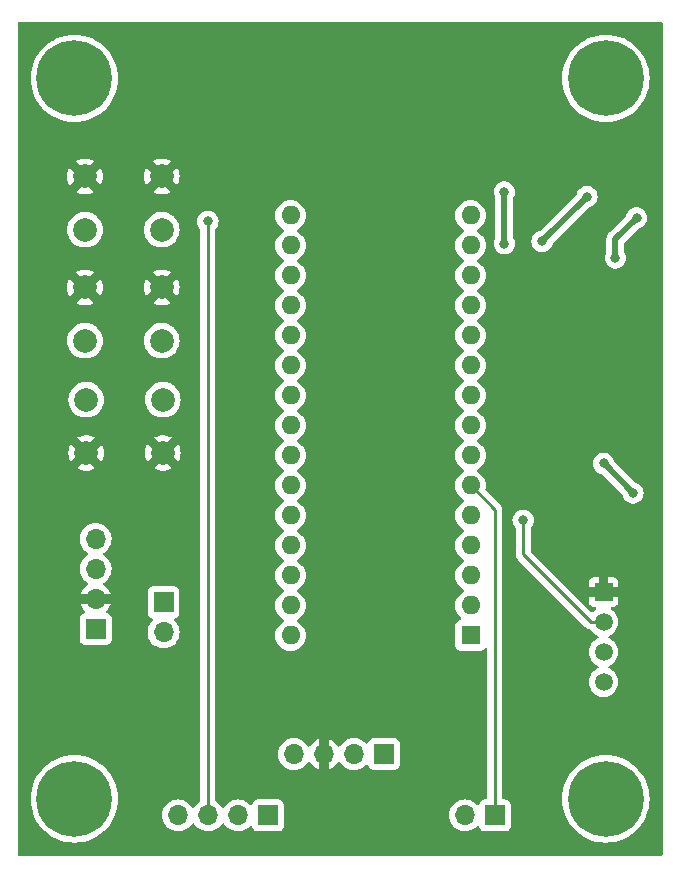
<source format=gbr>
%TF.GenerationSoftware,KiCad,Pcbnew,7.0.2-0*%
%TF.CreationDate,2025-01-08T13:47:24-05:00*%
%TF.ProjectId,plaqchek_mlb,706c6171-6368-4656-9b5f-6d6c622e6b69,rev?*%
%TF.SameCoordinates,Original*%
%TF.FileFunction,Copper,L2,Bot*%
%TF.FilePolarity,Positive*%
%FSLAX46Y46*%
G04 Gerber Fmt 4.6, Leading zero omitted, Abs format (unit mm)*
G04 Created by KiCad (PCBNEW 7.0.2-0) date 2025-01-08 13:47:24*
%MOMM*%
%LPD*%
G01*
G04 APERTURE LIST*
%TA.AperFunction,ComponentPad*%
%ADD10R,1.700000X1.700000*%
%TD*%
%TA.AperFunction,ComponentPad*%
%ADD11O,1.700000X1.700000*%
%TD*%
%TA.AperFunction,ComponentPad*%
%ADD12C,6.400000*%
%TD*%
%TA.AperFunction,ComponentPad*%
%ADD13R,1.600000X1.600000*%
%TD*%
%TA.AperFunction,ComponentPad*%
%ADD14O,1.600000X1.600000*%
%TD*%
%TA.AperFunction,ComponentPad*%
%ADD15R,1.500000X1.500000*%
%TD*%
%TA.AperFunction,ComponentPad*%
%ADD16C,1.500000*%
%TD*%
%TA.AperFunction,ComponentPad*%
%ADD17C,2.000000*%
%TD*%
%TA.AperFunction,ViaPad*%
%ADD18C,0.800000*%
%TD*%
%TA.AperFunction,Conductor*%
%ADD19C,0.500000*%
%TD*%
%TA.AperFunction,Conductor*%
%ADD20C,0.250000*%
%TD*%
G04 APERTURE END LIST*
D10*
%TO.P,J3,1,Pin_1*%
%TO.N,VDAC_POT_PWM_3V3*%
X186800000Y-123800000D03*
D11*
%TO.P,J3,2,Pin_2*%
%TO.N,GND*%
X184260000Y-123800000D03*
%TD*%
D10*
%TO.P,JP1,1,A*%
%TO.N,+12V*%
X158750000Y-105750000D03*
D11*
%TO.P,JP1,2,B*%
%TO.N,Net-(A1-VIN)*%
X158750000Y-108290000D03*
%TD*%
D12*
%TO.P,H4,1,1*%
%TO.N,Net-(H4-Pad1)*%
X151200000Y-122400000D03*
%TD*%
D10*
%TO.P,J5,1,Pin_1*%
%TO.N,+12V*%
X153000000Y-108000000D03*
D11*
%TO.P,J5,2,Pin_2*%
%TO.N,+3V3*%
X153000000Y-105460000D03*
%TO.P,J5,3,Pin_3*%
%TO.N,/PD_EN*%
X153000000Y-102920000D03*
%TO.P,J5,4,Pin_4*%
%TO.N,GND*%
X153000000Y-100380000D03*
%TD*%
D12*
%TO.P,H3,1,1*%
%TO.N,Net-(H3-Pad1)*%
X196200000Y-61400000D03*
%TD*%
%TO.P,H1,1,1*%
%TO.N,Net-(H1-Pad1)*%
X196200000Y-122400000D03*
%TD*%
D10*
%TO.P,J1,1,Pin_1*%
%TO.N,SPI_3V3_ADC_CS*%
X167600000Y-123800000D03*
D11*
%TO.P,J1,2,Pin_2*%
%TO.N,SPI_3V3_ADC_MISO*%
X165060000Y-123800000D03*
%TO.P,J1,3,Pin_3*%
%TO.N,SPI_3V3_ADC_SCLK*%
X162520000Y-123800000D03*
%TO.P,J1,4,Pin_4*%
%TO.N,GND*%
X159980000Y-123800000D03*
%TD*%
D12*
%TO.P,H2,1,1*%
%TO.N,Net-(H2-Pad1)*%
X151200000Y-61400000D03*
%TD*%
D13*
%TO.P,A1,1,D1/TX*%
%TO.N,unconnected-(A1-D1{slash}TX-Pad1)*%
X184740000Y-108560000D03*
D14*
%TO.P,A1,2,D0/RX*%
%TO.N,unconnected-(A1-D0{slash}RX-Pad2)*%
X184740000Y-106020000D03*
%TO.P,A1,3,~{RESET}*%
%TO.N,unconnected-(A1-~{RESET}-Pad3)*%
X184740000Y-103480000D03*
%TO.P,A1,4,GND*%
%TO.N,GND*%
X184740000Y-100940000D03*
%TO.P,A1,5,D2*%
%TO.N,/TEMP_SENS_OUT*%
X184740000Y-98400000D03*
%TO.P,A1,6,D3*%
%TO.N,VDAC_POT_PWM_3V3*%
X184740000Y-95860000D03*
%TO.P,A1,7,D4*%
%TO.N,unconnected-(A1-D4-Pad7)*%
X184740000Y-93320000D03*
%TO.P,A1,8,D5*%
%TO.N,unconnected-(A1-D5-Pad8)*%
X184740000Y-90780000D03*
%TO.P,A1,9,D6*%
%TO.N,unconnected-(A1-D6-Pad9)*%
X184740000Y-88240000D03*
%TO.P,A1,10,D7*%
%TO.N,/LED3*%
X184740000Y-85700000D03*
%TO.P,A1,11,D8*%
%TO.N,/LED2*%
X184740000Y-83160000D03*
%TO.P,A1,12,D9*%
%TO.N,/LED1*%
X184740000Y-80620000D03*
%TO.P,A1,13,D10*%
%TO.N,Net-(A1-D10)*%
X184740000Y-78080000D03*
%TO.P,A1,14,D11*%
%TO.N,unconnected-(A1-D11-Pad14)*%
X184740000Y-75540000D03*
%TO.P,A1,15,D12*%
%TO.N,Net-(A1-D12)*%
X184740000Y-73000000D03*
%TO.P,A1,16,D13*%
%TO.N,Net-(A1-D13)*%
X169500000Y-73000000D03*
%TO.P,A1,17,3V3*%
%TO.N,unconnected-(A1-3V3-Pad17)*%
X169500000Y-75540000D03*
%TO.P,A1,18,AREF*%
%TO.N,unconnected-(A1-AREF-Pad18)*%
X169500000Y-78080000D03*
%TO.P,A1,19,A0*%
%TO.N,/SW_PUSH1*%
X169500000Y-80620000D03*
%TO.P,A1,20,A1*%
%TO.N,/SW_PUSH2*%
X169500000Y-83160000D03*
%TO.P,A1,21,A2*%
%TO.N,/SW_FLIP*%
X169500000Y-85700000D03*
%TO.P,A1,22,A3*%
%TO.N,unconnected-(A1-A3-Pad22)*%
X169500000Y-88240000D03*
%TO.P,A1,23,A4*%
%TO.N,/SDA_DISPLAY*%
X169500000Y-90780000D03*
%TO.P,A1,24,A5*%
%TO.N,/SDL_DISPLAY*%
X169500000Y-93320000D03*
%TO.P,A1,25,A6*%
%TO.N,unconnected-(A1-A6-Pad25)*%
X169500000Y-95860000D03*
%TO.P,A1,26,A7*%
%TO.N,/PD_EN*%
X169500000Y-98400000D03*
%TO.P,A1,27,+5V*%
%TO.N,unconnected-(A1-+5V-Pad27)*%
X169500000Y-100940000D03*
%TO.P,A1,28,~{RESET}*%
%TO.N,unconnected-(A1-~{RESET}-Pad28)*%
X169500000Y-103480000D03*
%TO.P,A1,29,GND*%
%TO.N,GND*%
X169500000Y-106020000D03*
%TO.P,A1,30,VIN*%
%TO.N,Net-(A1-VIN)*%
X169500000Y-108560000D03*
%TD*%
D15*
%TO.P,U1,1,VCC*%
%TO.N,+3V3*%
X196000000Y-104880000D03*
D16*
%TO.P,U1,2,IO*%
%TO.N,/TEMP_SENS_OUT*%
X196000000Y-107420000D03*
%TO.P,U1,3,NC*%
%TO.N,unconnected-(U1-NC-Pad3)*%
X196000000Y-109960000D03*
%TO.P,U1,4,GND*%
%TO.N,GND*%
X196000000Y-112500000D03*
%TD*%
D17*
%TO.P,SW3,1,1*%
%TO.N,+3V3*%
X158600000Y-79100000D03*
X152100000Y-79100000D03*
%TO.P,SW3,2,2*%
%TO.N,/SW_PUSH2_R*%
X158600000Y-83600000D03*
X152100000Y-83600000D03*
%TD*%
D10*
%TO.P,J2,1,Pin_1*%
%TO.N,/SDA_DISPLAY*%
X177400000Y-118600000D03*
D11*
%TO.P,J2,2,Pin_2*%
%TO.N,/SDL_DISPLAY*%
X174860000Y-118600000D03*
%TO.P,J2,3,Pin_3*%
%TO.N,+3V3*%
X172320000Y-118600000D03*
%TO.P,J2,4,Pin_4*%
%TO.N,GND*%
X169780000Y-118600000D03*
%TD*%
D17*
%TO.P,SW2,1,1*%
%TO.N,+3V3*%
X158600000Y-69700000D03*
X152100000Y-69700000D03*
%TO.P,SW2,2,2*%
%TO.N,/SW_PUSH1_R*%
X158600000Y-74200000D03*
X152100000Y-74200000D03*
%TD*%
%TO.P,SW1,1,1*%
%TO.N,+3V3*%
X152200000Y-93100000D03*
X158700000Y-93100000D03*
%TO.P,SW1,2,2*%
%TO.N,/SW_FLIP_R*%
X152200000Y-88600000D03*
X158700000Y-88600000D03*
%TD*%
D18*
%TO.N,GND*%
X187600000Y-75400000D03*
X198500000Y-96500000D03*
X196000000Y-94000000D03*
X198800000Y-73200000D03*
X197000000Y-76600000D03*
X194600000Y-71400000D03*
X190800000Y-75200000D03*
X187600000Y-71000000D03*
%TO.N,/TEMP_SENS_OUT*%
X189200000Y-98800000D03*
%TO.N,+3V3*%
X164000000Y-97200000D03*
X161000000Y-91500000D03*
X189000000Y-94000000D03*
X196000000Y-99680000D03*
X160600000Y-97200000D03*
X195200000Y-74800000D03*
X161000000Y-94500000D03*
X148500000Y-114500000D03*
%TO.N,SPI_3V3_ADC_SCLK*%
X162500000Y-73500000D03*
%TD*%
D19*
%TO.N,GND*%
X190800000Y-75200000D02*
X194600000Y-71400000D01*
X187600000Y-71000000D02*
X187600000Y-75400000D01*
X198500000Y-96500000D02*
X196000000Y-94000000D01*
X198800000Y-73200000D02*
X197000000Y-75000000D01*
X197000000Y-75000000D02*
X197000000Y-76600000D01*
D20*
%TO.N,/TEMP_SENS_OUT*%
X194920000Y-107420000D02*
X196000000Y-107420000D01*
X189200000Y-98800000D02*
X189200000Y-101700000D01*
X189200000Y-101700000D02*
X194920000Y-107420000D01*
%TO.N,VDAC_POT_PWM_3V3*%
X186800000Y-97920000D02*
X184740000Y-95860000D01*
X186800000Y-123800000D02*
X186800000Y-97920000D01*
%TO.N,SPI_3V3_ADC_SCLK*%
X162500000Y-73500000D02*
X162500000Y-123780000D01*
X162500000Y-123780000D02*
X162520000Y-123800000D01*
%TD*%
%TA.AperFunction,Conductor*%
%TO.N,+3V3*%
G36*
X200942539Y-56620185D02*
G01*
X200988294Y-56672989D01*
X200999500Y-56724500D01*
X200999500Y-127075500D01*
X200979815Y-127142539D01*
X200927011Y-127188294D01*
X200875500Y-127199500D01*
X146524500Y-127199500D01*
X146457461Y-127179815D01*
X146411706Y-127127011D01*
X146400500Y-127075500D01*
X146400500Y-122400000D01*
X147494422Y-122400000D01*
X147494592Y-122403243D01*
X147510546Y-122707669D01*
X147514722Y-122787338D01*
X147515227Y-122790531D01*
X147515229Y-122790543D01*
X147574889Y-123167224D01*
X147574891Y-123167237D01*
X147575398Y-123170433D01*
X147576235Y-123173557D01*
X147576237Y-123173566D01*
X147674947Y-123541957D01*
X147675786Y-123545087D01*
X147814786Y-123907194D01*
X147816255Y-123910077D01*
X147816259Y-123910086D01*
X147880114Y-124035408D01*
X147990875Y-124252789D01*
X148202124Y-124578084D01*
X148299127Y-124697873D01*
X148412997Y-124838491D01*
X148446219Y-124879516D01*
X148720484Y-125153781D01*
X149021916Y-125397876D01*
X149347211Y-125609125D01*
X149692806Y-125785214D01*
X150054913Y-125924214D01*
X150429567Y-126024602D01*
X150812662Y-126085278D01*
X151200000Y-126105578D01*
X151587338Y-126085278D01*
X151970433Y-126024602D01*
X152345087Y-125924214D01*
X152707194Y-125785214D01*
X153052789Y-125609125D01*
X153378084Y-125397876D01*
X153679516Y-125153781D01*
X153953781Y-124879516D01*
X154197876Y-124578084D01*
X154409125Y-124252789D01*
X154585214Y-123907194D01*
X154626362Y-123800000D01*
X158624340Y-123800000D01*
X158644936Y-124035407D01*
X158689709Y-124202502D01*
X158706097Y-124263663D01*
X158805965Y-124477830D01*
X158941505Y-124671401D01*
X159108599Y-124838495D01*
X159302170Y-124974035D01*
X159516337Y-125073903D01*
X159744592Y-125135063D01*
X159980000Y-125155659D01*
X160215408Y-125135063D01*
X160443663Y-125073903D01*
X160657830Y-124974035D01*
X160851401Y-124838495D01*
X161018495Y-124671401D01*
X161148426Y-124485839D01*
X161203002Y-124442217D01*
X161272501Y-124435024D01*
X161334855Y-124466546D01*
X161351571Y-124485837D01*
X161481505Y-124671401D01*
X161648599Y-124838495D01*
X161842170Y-124974035D01*
X162056337Y-125073903D01*
X162284592Y-125135063D01*
X162520000Y-125155659D01*
X162755408Y-125135063D01*
X162983663Y-125073903D01*
X163197830Y-124974035D01*
X163391401Y-124838495D01*
X163558495Y-124671401D01*
X163688426Y-124485839D01*
X163743002Y-124442216D01*
X163812500Y-124435022D01*
X163874855Y-124466545D01*
X163891571Y-124485837D01*
X164021505Y-124671401D01*
X164188599Y-124838495D01*
X164382170Y-124974035D01*
X164596337Y-125073903D01*
X164824592Y-125135062D01*
X164824592Y-125135063D01*
X165059999Y-125155659D01*
X165059999Y-125155658D01*
X165060000Y-125155659D01*
X165295408Y-125135063D01*
X165523663Y-125073903D01*
X165737830Y-124974035D01*
X165931401Y-124838495D01*
X166053329Y-124716566D01*
X166114648Y-124683084D01*
X166184340Y-124688068D01*
X166240274Y-124729939D01*
X166257189Y-124760916D01*
X166306204Y-124892331D01*
X166392454Y-125007546D01*
X166507669Y-125093796D01*
X166642517Y-125144091D01*
X166702127Y-125150500D01*
X168497872Y-125150499D01*
X168557483Y-125144091D01*
X168692331Y-125093796D01*
X168807546Y-125007546D01*
X168893796Y-124892331D01*
X168944091Y-124757483D01*
X168950500Y-124697873D01*
X168950499Y-123800000D01*
X182904340Y-123800000D01*
X182924936Y-124035407D01*
X182969709Y-124202501D01*
X182986097Y-124263663D01*
X183085965Y-124477830D01*
X183221505Y-124671401D01*
X183388599Y-124838495D01*
X183582170Y-124974035D01*
X183796337Y-125073903D01*
X184024592Y-125135062D01*
X184024592Y-125135063D01*
X184259999Y-125155659D01*
X184259999Y-125155658D01*
X184260000Y-125155659D01*
X184495408Y-125135063D01*
X184723663Y-125073903D01*
X184937830Y-124974035D01*
X185131401Y-124838495D01*
X185253329Y-124716566D01*
X185314648Y-124683084D01*
X185384340Y-124688068D01*
X185440274Y-124729939D01*
X185457189Y-124760916D01*
X185506204Y-124892331D01*
X185592454Y-125007546D01*
X185707669Y-125093796D01*
X185842517Y-125144091D01*
X185902127Y-125150500D01*
X187697872Y-125150499D01*
X187757483Y-125144091D01*
X187892331Y-125093796D01*
X188007546Y-125007546D01*
X188093796Y-124892331D01*
X188144091Y-124757483D01*
X188150500Y-124697873D01*
X188150499Y-122902128D01*
X188144091Y-122842517D01*
X188093796Y-122707669D01*
X188007546Y-122592454D01*
X187892331Y-122506204D01*
X187757483Y-122455909D01*
X187697873Y-122449500D01*
X187694551Y-122449500D01*
X187549500Y-122449500D01*
X187482461Y-122429815D01*
X187456626Y-122400000D01*
X192494422Y-122400000D01*
X192494592Y-122403243D01*
X192510546Y-122707669D01*
X192514722Y-122787338D01*
X192515227Y-122790531D01*
X192515229Y-122790543D01*
X192574889Y-123167224D01*
X192574891Y-123167237D01*
X192575398Y-123170433D01*
X192576235Y-123173557D01*
X192576237Y-123173566D01*
X192674947Y-123541957D01*
X192675786Y-123545087D01*
X192814786Y-123907194D01*
X192816255Y-123910077D01*
X192816259Y-123910086D01*
X192880114Y-124035408D01*
X192990875Y-124252789D01*
X193202124Y-124578084D01*
X193299127Y-124697873D01*
X193412997Y-124838491D01*
X193446219Y-124879516D01*
X193720484Y-125153781D01*
X194021916Y-125397876D01*
X194347211Y-125609125D01*
X194692806Y-125785214D01*
X195054913Y-125924214D01*
X195429567Y-126024602D01*
X195812662Y-126085278D01*
X196200000Y-126105578D01*
X196587338Y-126085278D01*
X196970433Y-126024602D01*
X197345087Y-125924214D01*
X197707194Y-125785214D01*
X198052789Y-125609125D01*
X198378084Y-125397876D01*
X198679516Y-125153781D01*
X198953781Y-124879516D01*
X199197876Y-124578084D01*
X199409125Y-124252789D01*
X199585214Y-123907194D01*
X199724214Y-123545087D01*
X199824602Y-123170433D01*
X199885278Y-122787338D01*
X199905578Y-122400000D01*
X199885278Y-122012662D01*
X199824602Y-121629567D01*
X199724214Y-121254913D01*
X199585214Y-120892806D01*
X199409125Y-120547211D01*
X199197876Y-120221916D01*
X198953781Y-119920484D01*
X198679516Y-119646219D01*
X198669976Y-119638494D01*
X198519412Y-119516569D01*
X198378084Y-119402124D01*
X198052789Y-119190875D01*
X198049901Y-119189403D01*
X198049895Y-119189400D01*
X197710086Y-119016259D01*
X197710077Y-119016255D01*
X197707194Y-119014786D01*
X197704162Y-119013622D01*
X197348110Y-118876946D01*
X197348102Y-118876943D01*
X197345087Y-118875786D01*
X197341962Y-118874948D01*
X197341957Y-118874947D01*
X196973566Y-118776237D01*
X196973557Y-118776235D01*
X196970433Y-118775398D01*
X196967237Y-118774891D01*
X196967224Y-118774889D01*
X196590543Y-118715229D01*
X196590531Y-118715227D01*
X196587338Y-118714722D01*
X196584103Y-118714552D01*
X196584099Y-118714552D01*
X196203244Y-118694592D01*
X196200000Y-118694422D01*
X196196756Y-118694592D01*
X195815900Y-118714552D01*
X195815894Y-118714552D01*
X195812662Y-118714722D01*
X195809470Y-118715227D01*
X195809456Y-118715229D01*
X195432775Y-118774889D01*
X195432758Y-118774892D01*
X195429567Y-118775398D01*
X195426446Y-118776234D01*
X195426433Y-118776237D01*
X195058042Y-118874947D01*
X195058031Y-118874950D01*
X195054913Y-118875786D01*
X195051902Y-118876941D01*
X195051889Y-118876946D01*
X194695837Y-119013622D01*
X194695828Y-119013625D01*
X194692806Y-119014786D01*
X194689929Y-119016251D01*
X194689913Y-119016259D01*
X194350104Y-119189400D01*
X194350090Y-119189408D01*
X194347211Y-119190875D01*
X194344491Y-119192641D01*
X194344483Y-119192646D01*
X194024644Y-119400352D01*
X194024638Y-119400355D01*
X194021916Y-119402124D01*
X194019396Y-119404164D01*
X194019390Y-119404169D01*
X193723002Y-119644179D01*
X193722991Y-119644188D01*
X193720484Y-119646219D01*
X193718199Y-119648503D01*
X193718189Y-119648513D01*
X193448513Y-119918189D01*
X193448503Y-119918199D01*
X193446219Y-119920484D01*
X193444188Y-119922991D01*
X193444179Y-119923002D01*
X193204169Y-120219390D01*
X193204164Y-120219396D01*
X193202124Y-120221916D01*
X193200355Y-120224638D01*
X193200352Y-120224644D01*
X192992646Y-120544483D01*
X192992641Y-120544491D01*
X192990875Y-120547211D01*
X192989408Y-120550090D01*
X192989400Y-120550104D01*
X192816259Y-120889913D01*
X192816251Y-120889929D01*
X192814786Y-120892806D01*
X192813625Y-120895828D01*
X192813622Y-120895837D01*
X192676946Y-121251889D01*
X192676941Y-121251902D01*
X192675786Y-121254913D01*
X192674950Y-121258031D01*
X192674947Y-121258042D01*
X192576237Y-121626433D01*
X192576234Y-121626446D01*
X192575398Y-121629567D01*
X192574892Y-121632758D01*
X192574889Y-121632775D01*
X192515229Y-122009456D01*
X192515227Y-122009470D01*
X192514722Y-122012662D01*
X192494422Y-122400000D01*
X187456626Y-122400000D01*
X187436706Y-122377011D01*
X187425500Y-122325500D01*
X187425500Y-98800000D01*
X188294540Y-98800000D01*
X188314326Y-98988257D01*
X188372820Y-99168284D01*
X188467466Y-99332216D01*
X188542649Y-99415715D01*
X188572879Y-99478707D01*
X188574499Y-99498687D01*
X188574499Y-101617260D01*
X188572235Y-101637771D01*
X188574439Y-101707873D01*
X188574500Y-101711768D01*
X188574500Y-101739350D01*
X188574988Y-101743219D01*
X188574989Y-101743225D01*
X188575004Y-101743343D01*
X188575918Y-101754967D01*
X188577290Y-101798626D01*
X188582879Y-101817860D01*
X188586825Y-101836916D01*
X188589335Y-101856792D01*
X188605414Y-101897404D01*
X188609197Y-101908451D01*
X188621382Y-101950391D01*
X188631580Y-101967635D01*
X188640136Y-101985100D01*
X188647514Y-102003732D01*
X188647515Y-102003733D01*
X188673180Y-102039059D01*
X188679593Y-102048822D01*
X188701826Y-102086416D01*
X188701829Y-102086419D01*
X188701830Y-102086420D01*
X188715995Y-102100585D01*
X188728627Y-102115375D01*
X188740406Y-102131587D01*
X188753156Y-102142135D01*
X188774058Y-102159426D01*
X188782699Y-102167289D01*
X194419197Y-107803787D01*
X194432098Y-107819889D01*
X194434212Y-107821874D01*
X194434214Y-107821877D01*
X194481561Y-107866339D01*
X194483240Y-107867916D01*
X194486036Y-107870626D01*
X194505530Y-107890120D01*
X194508615Y-107892513D01*
X194508701Y-107892580D01*
X194517573Y-107900158D01*
X194549418Y-107930062D01*
X194566974Y-107939714D01*
X194583231Y-107950392D01*
X194599064Y-107962674D01*
X194615185Y-107969649D01*
X194639156Y-107980023D01*
X194649643Y-107985160D01*
X194687908Y-108006197D01*
X194707316Y-108011180D01*
X194725710Y-108017478D01*
X194744105Y-108025438D01*
X194787254Y-108032271D01*
X194798680Y-108034638D01*
X194814222Y-108038629D01*
X194840980Y-108045500D01*
X194840981Y-108045500D01*
X194846850Y-108045500D01*
X194913889Y-108065185D01*
X194948423Y-108098374D01*
X195038402Y-108226877D01*
X195193123Y-108381598D01*
X195372361Y-108507102D01*
X195471237Y-108553208D01*
X195523582Y-108577618D01*
X195576021Y-108623791D01*
X195595173Y-108690984D01*
X195574957Y-108757865D01*
X195523582Y-108802382D01*
X195372361Y-108872898D01*
X195193122Y-108998402D01*
X195038402Y-109153122D01*
X194912898Y-109332361D01*
X194820425Y-109530668D01*
X194763792Y-109742025D01*
X194744722Y-109960000D01*
X194763792Y-110177974D01*
X194763793Y-110177977D01*
X194820425Y-110389330D01*
X194912898Y-110587639D01*
X195038402Y-110766877D01*
X195193123Y-110921598D01*
X195372361Y-111047102D01*
X195471237Y-111093208D01*
X195523582Y-111117618D01*
X195576021Y-111163791D01*
X195595173Y-111230984D01*
X195574957Y-111297865D01*
X195523582Y-111342382D01*
X195372361Y-111412898D01*
X195193122Y-111538402D01*
X195038402Y-111693122D01*
X194912898Y-111872361D01*
X194820425Y-112070668D01*
X194763792Y-112282025D01*
X194744722Y-112499999D01*
X194763792Y-112717974D01*
X194763793Y-112717977D01*
X194820425Y-112929330D01*
X194912898Y-113127639D01*
X195038402Y-113306877D01*
X195193123Y-113461598D01*
X195372361Y-113587102D01*
X195570670Y-113679575D01*
X195782023Y-113736207D01*
X196000000Y-113755277D01*
X196217977Y-113736207D01*
X196429330Y-113679575D01*
X196627639Y-113587102D01*
X196806877Y-113461598D01*
X196961598Y-113306877D01*
X197087102Y-113127639D01*
X197179575Y-112929330D01*
X197236207Y-112717977D01*
X197255277Y-112500000D01*
X197236207Y-112282023D01*
X197179575Y-112070670D01*
X197087102Y-111872362D01*
X196961598Y-111693123D01*
X196806877Y-111538402D01*
X196627639Y-111412898D01*
X196476417Y-111342382D01*
X196423978Y-111296210D01*
X196404826Y-111229016D01*
X196425042Y-111162135D01*
X196476417Y-111117618D01*
X196479324Y-111116262D01*
X196627639Y-111047102D01*
X196806877Y-110921598D01*
X196961598Y-110766877D01*
X197087102Y-110587639D01*
X197179575Y-110389330D01*
X197236207Y-110177977D01*
X197255277Y-109960000D01*
X197236207Y-109742023D01*
X197179575Y-109530670D01*
X197087102Y-109332362D01*
X196961598Y-109153123D01*
X196806877Y-108998402D01*
X196627639Y-108872898D01*
X196476417Y-108802382D01*
X196423978Y-108756210D01*
X196404826Y-108689016D01*
X196425042Y-108622135D01*
X196476417Y-108577618D01*
X196479324Y-108576262D01*
X196627639Y-108507102D01*
X196806877Y-108381598D01*
X196961598Y-108226877D01*
X197087102Y-108047639D01*
X197179575Y-107849330D01*
X197236207Y-107637977D01*
X197255277Y-107420000D01*
X197236207Y-107202023D01*
X197179575Y-106990670D01*
X197087102Y-106792362D01*
X196961598Y-106613123D01*
X196806877Y-106458402D01*
X196660022Y-106355573D01*
X196616400Y-106300998D01*
X196609207Y-106231499D01*
X196640729Y-106169145D01*
X196700959Y-106133731D01*
X196731148Y-106130000D01*
X196794518Y-106130000D01*
X196801132Y-106129645D01*
X196857371Y-106123599D01*
X196992089Y-106073352D01*
X197107188Y-105987188D01*
X197193352Y-105872089D01*
X197243599Y-105737371D01*
X197249645Y-105681132D01*
X197250000Y-105674518D01*
X197250000Y-105280000D01*
X196031481Y-105280000D01*
X196125148Y-105265165D01*
X196238045Y-105207641D01*
X196327641Y-105118045D01*
X196385165Y-105005148D01*
X196404986Y-104880000D01*
X196385165Y-104754852D01*
X196327641Y-104641955D01*
X196238045Y-104552359D01*
X196125148Y-104494835D01*
X196031481Y-104480000D01*
X195968519Y-104480000D01*
X195874852Y-104494835D01*
X195761955Y-104552359D01*
X195672359Y-104641955D01*
X195614835Y-104754852D01*
X195595014Y-104880000D01*
X195614835Y-105005148D01*
X195672359Y-105118045D01*
X195761955Y-105207641D01*
X195874852Y-105265165D01*
X195968519Y-105280000D01*
X194750000Y-105280000D01*
X194750000Y-105674518D01*
X194750354Y-105681132D01*
X194756400Y-105737371D01*
X194806647Y-105872089D01*
X194892811Y-105987188D01*
X195007910Y-106073352D01*
X195142628Y-106123599D01*
X195198867Y-106129645D01*
X195205482Y-106130000D01*
X195268853Y-106130000D01*
X195335892Y-106149685D01*
X195381647Y-106202489D01*
X195391591Y-106271647D01*
X195362566Y-106335203D01*
X195339976Y-106355575D01*
X195193125Y-106458400D01*
X195105738Y-106545787D01*
X195044414Y-106579271D01*
X194974723Y-106574287D01*
X194930376Y-106545786D01*
X192864590Y-104480000D01*
X194750000Y-104480000D01*
X195600000Y-104480000D01*
X195600000Y-103630000D01*
X196400000Y-103630000D01*
X196400000Y-104480000D01*
X197250000Y-104480000D01*
X197250000Y-104085481D01*
X197249645Y-104078867D01*
X197243599Y-104022628D01*
X197193352Y-103887910D01*
X197107188Y-103772811D01*
X196992089Y-103686647D01*
X196857371Y-103636400D01*
X196801132Y-103630354D01*
X196794518Y-103630000D01*
X196400000Y-103630000D01*
X195600000Y-103630000D01*
X195205482Y-103630000D01*
X195198867Y-103630354D01*
X195142628Y-103636400D01*
X195007910Y-103686647D01*
X194892811Y-103772811D01*
X194806647Y-103887910D01*
X194756400Y-104022628D01*
X194750354Y-104078867D01*
X194750000Y-104085481D01*
X194750000Y-104480000D01*
X192864590Y-104480000D01*
X192407218Y-104022628D01*
X189861819Y-101477228D01*
X189828334Y-101415905D01*
X189825500Y-101389547D01*
X189825500Y-99498687D01*
X189845185Y-99431648D01*
X189857350Y-99415714D01*
X189924166Y-99341508D01*
X189932533Y-99332216D01*
X190005425Y-99205964D01*
X190027179Y-99168284D01*
X190064723Y-99052735D01*
X190085674Y-98988256D01*
X190105460Y-98800000D01*
X190085674Y-98611744D01*
X190027179Y-98431716D01*
X190027179Y-98431715D01*
X189932533Y-98267783D01*
X189805870Y-98127110D01*
X189652730Y-98015848D01*
X189479802Y-97938855D01*
X189294648Y-97899500D01*
X189294646Y-97899500D01*
X189105354Y-97899500D01*
X189105352Y-97899500D01*
X188920197Y-97938855D01*
X188747269Y-98015848D01*
X188594129Y-98127110D01*
X188467466Y-98267783D01*
X188372820Y-98431715D01*
X188314326Y-98611742D01*
X188294540Y-98800000D01*
X187425500Y-98800000D01*
X187425500Y-98002743D01*
X187427764Y-97982239D01*
X187427626Y-97977854D01*
X187425561Y-97912126D01*
X187425500Y-97908231D01*
X187425500Y-97884540D01*
X187425500Y-97880650D01*
X187424998Y-97876677D01*
X187424080Y-97865018D01*
X187422709Y-97821373D01*
X187417120Y-97802140D01*
X187413174Y-97783082D01*
X187410664Y-97763206D01*
X187394588Y-97722604D01*
X187390804Y-97711553D01*
X187384881Y-97691168D01*
X187378618Y-97669610D01*
X187368414Y-97652355D01*
X187359861Y-97634895D01*
X187352486Y-97616269D01*
X187352486Y-97616268D01*
X187326808Y-97580925D01*
X187320401Y-97571171D01*
X187314304Y-97560861D01*
X187298170Y-97533580D01*
X187284006Y-97519416D01*
X187271367Y-97504617D01*
X187259595Y-97488413D01*
X187225941Y-97460573D01*
X187217299Y-97452709D01*
X186039413Y-96274822D01*
X186005928Y-96213499D01*
X186007319Y-96155047D01*
X186025635Y-96086692D01*
X186045468Y-95860000D01*
X186025635Y-95633308D01*
X185966739Y-95413504D01*
X185870568Y-95207266D01*
X185740047Y-95020861D01*
X185740046Y-95020859D01*
X185579140Y-94859953D01*
X185392733Y-94729431D01*
X185334725Y-94702382D01*
X185282285Y-94656210D01*
X185263133Y-94589017D01*
X185283348Y-94522135D01*
X185334725Y-94477618D01*
X185392734Y-94450568D01*
X185579139Y-94320047D01*
X185740047Y-94159139D01*
X185851476Y-94000000D01*
X195094540Y-94000000D01*
X195114326Y-94188257D01*
X195172820Y-94368284D01*
X195267466Y-94532216D01*
X195394129Y-94672889D01*
X195547269Y-94784151D01*
X195720193Y-94861143D01*
X195720196Y-94861143D01*
X195720197Y-94861144D01*
X195785329Y-94874987D01*
X195846808Y-94908178D01*
X195847228Y-94908596D01*
X197587228Y-96648596D01*
X197617478Y-96697958D01*
X197672821Y-96868285D01*
X197767466Y-97032216D01*
X197894129Y-97172889D01*
X198047269Y-97284151D01*
X198220197Y-97361144D01*
X198405352Y-97400500D01*
X198405354Y-97400500D01*
X198594648Y-97400500D01*
X198718083Y-97374262D01*
X198779803Y-97361144D01*
X198952730Y-97284151D01*
X199105871Y-97172888D01*
X199232533Y-97032216D01*
X199327179Y-96868284D01*
X199385674Y-96688256D01*
X199405460Y-96500000D01*
X199385674Y-96311744D01*
X199327179Y-96131716D01*
X199327179Y-96131715D01*
X199232533Y-95967783D01*
X199105870Y-95827110D01*
X198952730Y-95715848D01*
X198779803Y-95638855D01*
X198714669Y-95625011D01*
X198653187Y-95591819D01*
X198652769Y-95591402D01*
X196912771Y-93851403D01*
X196882521Y-93802040D01*
X196827179Y-93631715D01*
X196732533Y-93467783D01*
X196605870Y-93327110D01*
X196452730Y-93215848D01*
X196279802Y-93138855D01*
X196094648Y-93099500D01*
X196094646Y-93099500D01*
X195905354Y-93099500D01*
X195905352Y-93099500D01*
X195720197Y-93138855D01*
X195547269Y-93215848D01*
X195394129Y-93327110D01*
X195267466Y-93467783D01*
X195172820Y-93631715D01*
X195114326Y-93811742D01*
X195094540Y-94000000D01*
X185851476Y-94000000D01*
X185870568Y-93972734D01*
X185966739Y-93766496D01*
X186025635Y-93546692D01*
X186045468Y-93320000D01*
X186025635Y-93093308D01*
X185966739Y-92873504D01*
X185870568Y-92667266D01*
X185841430Y-92625651D01*
X185740046Y-92480859D01*
X185579140Y-92319953D01*
X185392736Y-92189433D01*
X185334723Y-92162381D01*
X185282284Y-92116208D01*
X185263133Y-92049014D01*
X185283349Y-91982133D01*
X185334721Y-91937619D01*
X185392734Y-91910568D01*
X185579139Y-91780047D01*
X185740047Y-91619139D01*
X185870568Y-91432734D01*
X185966739Y-91226496D01*
X186025635Y-91006692D01*
X186045468Y-90780000D01*
X186025635Y-90553308D01*
X185966739Y-90333504D01*
X185870568Y-90127266D01*
X185851827Y-90100500D01*
X185740046Y-89940859D01*
X185579140Y-89779953D01*
X185392733Y-89649431D01*
X185334725Y-89622382D01*
X185282285Y-89576210D01*
X185263133Y-89509017D01*
X185283348Y-89442135D01*
X185334725Y-89397618D01*
X185392734Y-89370568D01*
X185579139Y-89240047D01*
X185740047Y-89079139D01*
X185870568Y-88892734D01*
X185966739Y-88686496D01*
X186025635Y-88466692D01*
X186045468Y-88240000D01*
X186025635Y-88013308D01*
X185966739Y-87793504D01*
X185870568Y-87587266D01*
X185740047Y-87400861D01*
X185740046Y-87400859D01*
X185579140Y-87239953D01*
X185392733Y-87109431D01*
X185334725Y-87082382D01*
X185282285Y-87036210D01*
X185263133Y-86969017D01*
X185283348Y-86902135D01*
X185334725Y-86857618D01*
X185392734Y-86830568D01*
X185579139Y-86700047D01*
X185740047Y-86539139D01*
X185870568Y-86352734D01*
X185966739Y-86146496D01*
X186025635Y-85926692D01*
X186045468Y-85700000D01*
X186025635Y-85473308D01*
X185966739Y-85253504D01*
X185870568Y-85047266D01*
X185822649Y-84978829D01*
X185740046Y-84860859D01*
X185579140Y-84699953D01*
X185392733Y-84569431D01*
X185334725Y-84542382D01*
X185282285Y-84496210D01*
X185263133Y-84429017D01*
X185283348Y-84362135D01*
X185334725Y-84317618D01*
X185392734Y-84290568D01*
X185579139Y-84160047D01*
X185740047Y-83999139D01*
X185870568Y-83812734D01*
X185966739Y-83606496D01*
X186025635Y-83386692D01*
X186045468Y-83160000D01*
X186025635Y-82933308D01*
X185966739Y-82713504D01*
X185870568Y-82507266D01*
X185860063Y-82492262D01*
X185740046Y-82320859D01*
X185579140Y-82159953D01*
X185392733Y-82029431D01*
X185334725Y-82002382D01*
X185282285Y-81956210D01*
X185263133Y-81889017D01*
X185283348Y-81822135D01*
X185334725Y-81777618D01*
X185392734Y-81750568D01*
X185579139Y-81620047D01*
X185740047Y-81459139D01*
X185870568Y-81272734D01*
X185966739Y-81066496D01*
X186025635Y-80846692D01*
X186045468Y-80620000D01*
X186025635Y-80393308D01*
X185966739Y-80173504D01*
X185870568Y-79967266D01*
X185782561Y-79841577D01*
X185740046Y-79780859D01*
X185579140Y-79619953D01*
X185392736Y-79489433D01*
X185334723Y-79462381D01*
X185282284Y-79416208D01*
X185263133Y-79349014D01*
X185283349Y-79282133D01*
X185334721Y-79237619D01*
X185392734Y-79210568D01*
X185579139Y-79080047D01*
X185740047Y-78919139D01*
X185870568Y-78732734D01*
X185966739Y-78526496D01*
X186025635Y-78306692D01*
X186045468Y-78080000D01*
X186025635Y-77853308D01*
X185966739Y-77633504D01*
X185870568Y-77427266D01*
X185762473Y-77272888D01*
X185740046Y-77240859D01*
X185579140Y-77079953D01*
X185392733Y-76949431D01*
X185334725Y-76922382D01*
X185282285Y-76876210D01*
X185263133Y-76809017D01*
X185283348Y-76742135D01*
X185334725Y-76697618D01*
X185392734Y-76670568D01*
X185493516Y-76600000D01*
X196094540Y-76600000D01*
X196114326Y-76788257D01*
X196172820Y-76968284D01*
X196267466Y-77132216D01*
X196394129Y-77272889D01*
X196547269Y-77384151D01*
X196720197Y-77461144D01*
X196905352Y-77500500D01*
X196905354Y-77500500D01*
X197094648Y-77500500D01*
X197218083Y-77474262D01*
X197279803Y-77461144D01*
X197452730Y-77384151D01*
X197605871Y-77272888D01*
X197732533Y-77132216D01*
X197827179Y-76968284D01*
X197885674Y-76788256D01*
X197905460Y-76600000D01*
X197885674Y-76411744D01*
X197827179Y-76231716D01*
X197827179Y-76231715D01*
X197767113Y-76127677D01*
X197750500Y-76065677D01*
X197750500Y-75362228D01*
X197770185Y-75295189D01*
X197786814Y-75274551D01*
X198952770Y-74108595D01*
X199014091Y-74075112D01*
X199014464Y-74075031D01*
X199079803Y-74061144D01*
X199079804Y-74061143D01*
X199079806Y-74061143D01*
X199252730Y-73984151D01*
X199405870Y-73872889D01*
X199532533Y-73732216D01*
X199627179Y-73568284D01*
X199666750Y-73446497D01*
X199685674Y-73388256D01*
X199705460Y-73200000D01*
X199685674Y-73011744D01*
X199627179Y-72831716D01*
X199627179Y-72831715D01*
X199532533Y-72667783D01*
X199405870Y-72527110D01*
X199252730Y-72415848D01*
X199079802Y-72338855D01*
X198894648Y-72299500D01*
X198894646Y-72299500D01*
X198705354Y-72299500D01*
X198705352Y-72299500D01*
X198520197Y-72338855D01*
X198347269Y-72415848D01*
X198194129Y-72527110D01*
X198067466Y-72667783D01*
X197972821Y-72831714D01*
X197917478Y-73002041D01*
X197887228Y-73051403D01*
X196514358Y-74424272D01*
X196500727Y-74436053D01*
X196481468Y-74450391D01*
X196449635Y-74488328D01*
X196442338Y-74496292D01*
X196440972Y-74497657D01*
X196440950Y-74497681D01*
X196438409Y-74500223D01*
X196436173Y-74503050D01*
X196436171Y-74503053D01*
X196419176Y-74524546D01*
X196416902Y-74527337D01*
X196367894Y-74585744D01*
X196357418Y-74602187D01*
X196325192Y-74671294D01*
X196323622Y-74674536D01*
X196289393Y-74742692D01*
X196282996Y-74761098D01*
X196267573Y-74835788D01*
X196266793Y-74839305D01*
X196249208Y-74913506D01*
X196247229Y-74932879D01*
X196249448Y-75009129D01*
X196249500Y-75012735D01*
X196249500Y-76065677D01*
X196232887Y-76127677D01*
X196172820Y-76231715D01*
X196114326Y-76411742D01*
X196094540Y-76600000D01*
X185493516Y-76600000D01*
X185579139Y-76540047D01*
X185740047Y-76379139D01*
X185870568Y-76192734D01*
X185966739Y-75986496D01*
X186025635Y-75766692D01*
X186045468Y-75540000D01*
X186033220Y-75400000D01*
X186694540Y-75400000D01*
X186700896Y-75460474D01*
X186714326Y-75588257D01*
X186772820Y-75768284D01*
X186867466Y-75932216D01*
X186994129Y-76072889D01*
X187147269Y-76184151D01*
X187320197Y-76261144D01*
X187505352Y-76300500D01*
X187505354Y-76300500D01*
X187694648Y-76300500D01*
X187818083Y-76274262D01*
X187879803Y-76261144D01*
X188052730Y-76184151D01*
X188167866Y-76100500D01*
X188205870Y-76072889D01*
X188332533Y-75932216D01*
X188427179Y-75768284D01*
X188462502Y-75659571D01*
X188485674Y-75588256D01*
X188505460Y-75400000D01*
X188485674Y-75211744D01*
X188481858Y-75200000D01*
X189894540Y-75200000D01*
X189914326Y-75388257D01*
X189972820Y-75568284D01*
X190067466Y-75732216D01*
X190194129Y-75872889D01*
X190347269Y-75984151D01*
X190520197Y-76061144D01*
X190705352Y-76100500D01*
X190705354Y-76100500D01*
X190894648Y-76100500D01*
X191024551Y-76072888D01*
X191079803Y-76061144D01*
X191252730Y-75984151D01*
X191405871Y-75872888D01*
X191532533Y-75732216D01*
X191627179Y-75568284D01*
X191682522Y-75397955D01*
X191712769Y-75348597D01*
X194752770Y-72308595D01*
X194814091Y-72275112D01*
X194814464Y-72275031D01*
X194879803Y-72261144D01*
X194879804Y-72261143D01*
X194879806Y-72261143D01*
X195052730Y-72184151D01*
X195205870Y-72072889D01*
X195332533Y-71932216D01*
X195427179Y-71768284D01*
X195444699Y-71714364D01*
X195485674Y-71588256D01*
X195505460Y-71400000D01*
X195485674Y-71211744D01*
X195427179Y-71031716D01*
X195427179Y-71031715D01*
X195332533Y-70867783D01*
X195205870Y-70727110D01*
X195052730Y-70615848D01*
X194879802Y-70538855D01*
X194694648Y-70499500D01*
X194694646Y-70499500D01*
X194505354Y-70499500D01*
X194505352Y-70499500D01*
X194320197Y-70538855D01*
X194147269Y-70615848D01*
X193994129Y-70727110D01*
X193867466Y-70867783D01*
X193772821Y-71031714D01*
X193717478Y-71202041D01*
X193687228Y-71251403D01*
X190647228Y-74291402D01*
X190585905Y-74324887D01*
X190585330Y-74325011D01*
X190520197Y-74338856D01*
X190347267Y-74415849D01*
X190194129Y-74527110D01*
X190067466Y-74667783D01*
X189972820Y-74831715D01*
X189914326Y-75011742D01*
X189894540Y-75200000D01*
X188481858Y-75200000D01*
X188427179Y-75031716D01*
X188427179Y-75031715D01*
X188367113Y-74927677D01*
X188350500Y-74865677D01*
X188350500Y-71534321D01*
X188367113Y-71472321D01*
X188427179Y-71368284D01*
X188465156Y-71251403D01*
X188485674Y-71188256D01*
X188505460Y-71000000D01*
X188485674Y-70811744D01*
X188427179Y-70631716D01*
X188427179Y-70631715D01*
X188332533Y-70467783D01*
X188205870Y-70327110D01*
X188052730Y-70215848D01*
X187879802Y-70138855D01*
X187694648Y-70099500D01*
X187694646Y-70099500D01*
X187505354Y-70099500D01*
X187505352Y-70099500D01*
X187320197Y-70138855D01*
X187147269Y-70215848D01*
X186994129Y-70327110D01*
X186867466Y-70467783D01*
X186772820Y-70631715D01*
X186714326Y-70811742D01*
X186714325Y-70811744D01*
X186714326Y-70811744D01*
X186694540Y-71000000D01*
X186702777Y-71078369D01*
X186714326Y-71188257D01*
X186772820Y-71368284D01*
X186832887Y-71472321D01*
X186849500Y-71534321D01*
X186849500Y-74865677D01*
X186832887Y-74927677D01*
X186772820Y-75031715D01*
X186714326Y-75211742D01*
X186714325Y-75211744D01*
X186714326Y-75211744D01*
X186694540Y-75400000D01*
X186033220Y-75400000D01*
X186025635Y-75313308D01*
X185966739Y-75093504D01*
X185870568Y-74887266D01*
X185855452Y-74865677D01*
X185740046Y-74700859D01*
X185579140Y-74539953D01*
X185392733Y-74409431D01*
X185334725Y-74382382D01*
X185282285Y-74336210D01*
X185263133Y-74269017D01*
X185283348Y-74202135D01*
X185334725Y-74157618D01*
X185348731Y-74151087D01*
X185392734Y-74130568D01*
X185579139Y-74000047D01*
X185740047Y-73839139D01*
X185870568Y-73652734D01*
X185966739Y-73446496D01*
X186025635Y-73226692D01*
X186045468Y-73000000D01*
X186042649Y-72967784D01*
X186030342Y-72827110D01*
X186025635Y-72773308D01*
X185966739Y-72553504D01*
X185870568Y-72347266D01*
X185864680Y-72338856D01*
X185740046Y-72160859D01*
X185579140Y-71999953D01*
X185392735Y-71869432D01*
X185186497Y-71773261D01*
X184966689Y-71714364D01*
X184740000Y-71694531D01*
X184513310Y-71714364D01*
X184293502Y-71773261D01*
X184087264Y-71869432D01*
X183900859Y-71999953D01*
X183739953Y-72160859D01*
X183609432Y-72347264D01*
X183513261Y-72553502D01*
X183454364Y-72773310D01*
X183434531Y-72999999D01*
X183454364Y-73226689D01*
X183513261Y-73446497D01*
X183609432Y-73652735D01*
X183739953Y-73839140D01*
X183900859Y-74000046D01*
X183988116Y-74061143D01*
X184087266Y-74130568D01*
X184145275Y-74157618D01*
X184197714Y-74203791D01*
X184216865Y-74270985D01*
X184196649Y-74337866D01*
X184145275Y-74382382D01*
X184087263Y-74409433D01*
X183900859Y-74539953D01*
X183739953Y-74700859D01*
X183609432Y-74887264D01*
X183513261Y-75093502D01*
X183454364Y-75313310D01*
X183434531Y-75540000D01*
X183454364Y-75766689D01*
X183513261Y-75986497D01*
X183609432Y-76192735D01*
X183739953Y-76379140D01*
X183900859Y-76540046D01*
X184087263Y-76670566D01*
X184087266Y-76670568D01*
X184145275Y-76697618D01*
X184197714Y-76743791D01*
X184216865Y-76810985D01*
X184196649Y-76877866D01*
X184145275Y-76922382D01*
X184087263Y-76949433D01*
X183900859Y-77079953D01*
X183739953Y-77240859D01*
X183609432Y-77427264D01*
X183513261Y-77633502D01*
X183454364Y-77853310D01*
X183434531Y-78080000D01*
X183454364Y-78306689D01*
X183513261Y-78526497D01*
X183609432Y-78732735D01*
X183739953Y-78919140D01*
X183900859Y-79080046D01*
X183983464Y-79137886D01*
X184087266Y-79210568D01*
X184145275Y-79237618D01*
X184197714Y-79283791D01*
X184216865Y-79350985D01*
X184196649Y-79417866D01*
X184145275Y-79462382D01*
X184087263Y-79489433D01*
X183900859Y-79619953D01*
X183739953Y-79780859D01*
X183609432Y-79967264D01*
X183513261Y-80173502D01*
X183454364Y-80393310D01*
X183434531Y-80619999D01*
X183454364Y-80846689D01*
X183513261Y-81066497D01*
X183609432Y-81272735D01*
X183739953Y-81459140D01*
X183900859Y-81620046D01*
X184087263Y-81750566D01*
X184087266Y-81750568D01*
X184145275Y-81777618D01*
X184197714Y-81823791D01*
X184216865Y-81890985D01*
X184196649Y-81957866D01*
X184145275Y-82002382D01*
X184087263Y-82029433D01*
X183900859Y-82159953D01*
X183739953Y-82320859D01*
X183609432Y-82507264D01*
X183513261Y-82713502D01*
X183454364Y-82933310D01*
X183434531Y-83160000D01*
X183454364Y-83386689D01*
X183513261Y-83606497D01*
X183609432Y-83812735D01*
X183739953Y-83999140D01*
X183900859Y-84160046D01*
X184087263Y-84290566D01*
X184087266Y-84290568D01*
X184145275Y-84317618D01*
X184197714Y-84363791D01*
X184216865Y-84430985D01*
X184196649Y-84497866D01*
X184145275Y-84542382D01*
X184087263Y-84569433D01*
X183900859Y-84699953D01*
X183739953Y-84860859D01*
X183609432Y-85047264D01*
X183513261Y-85253502D01*
X183454364Y-85473310D01*
X183434531Y-85699999D01*
X183454364Y-85926689D01*
X183513261Y-86146497D01*
X183609432Y-86352735D01*
X183739953Y-86539140D01*
X183900859Y-86700046D01*
X184087263Y-86830566D01*
X184087266Y-86830568D01*
X184145275Y-86857618D01*
X184197714Y-86903791D01*
X184216865Y-86970985D01*
X184196649Y-87037866D01*
X184145275Y-87082382D01*
X184087263Y-87109433D01*
X183900859Y-87239953D01*
X183739953Y-87400859D01*
X183609432Y-87587264D01*
X183513261Y-87793502D01*
X183454364Y-88013310D01*
X183434531Y-88240000D01*
X183454364Y-88466689D01*
X183513261Y-88686497D01*
X183609432Y-88892735D01*
X183739953Y-89079140D01*
X183900859Y-89240046D01*
X184010201Y-89316607D01*
X184087266Y-89370568D01*
X184145275Y-89397618D01*
X184197714Y-89443791D01*
X184216865Y-89510985D01*
X184196649Y-89577866D01*
X184145275Y-89622382D01*
X184087263Y-89649433D01*
X183900859Y-89779953D01*
X183739953Y-89940859D01*
X183609432Y-90127264D01*
X183513261Y-90333502D01*
X183454364Y-90553310D01*
X183434531Y-90780000D01*
X183454364Y-91006689D01*
X183513261Y-91226497D01*
X183609432Y-91432735D01*
X183739953Y-91619140D01*
X183900859Y-91780046D01*
X183921782Y-91794696D01*
X184087266Y-91910568D01*
X184145275Y-91937618D01*
X184197714Y-91983791D01*
X184216865Y-92050985D01*
X184196649Y-92117866D01*
X184145275Y-92162382D01*
X184087263Y-92189433D01*
X183900859Y-92319953D01*
X183739953Y-92480859D01*
X183609432Y-92667264D01*
X183513261Y-92873502D01*
X183454364Y-93093310D01*
X183434531Y-93319999D01*
X183454364Y-93546689D01*
X183513261Y-93766497D01*
X183609432Y-93972735D01*
X183739953Y-94159140D01*
X183900859Y-94320046D01*
X184087263Y-94450566D01*
X184087266Y-94450568D01*
X184145275Y-94477618D01*
X184197714Y-94523791D01*
X184216865Y-94590985D01*
X184196649Y-94657866D01*
X184145275Y-94702382D01*
X184087263Y-94729433D01*
X183900859Y-94859953D01*
X183739953Y-95020859D01*
X183609432Y-95207264D01*
X183513261Y-95413502D01*
X183454364Y-95633310D01*
X183434531Y-95860000D01*
X183454364Y-96086689D01*
X183513261Y-96306497D01*
X183609432Y-96512735D01*
X183739953Y-96699140D01*
X183900859Y-96860046D01*
X183912626Y-96868285D01*
X184087266Y-96990568D01*
X184145275Y-97017618D01*
X184197714Y-97063791D01*
X184216865Y-97130985D01*
X184196649Y-97197866D01*
X184145275Y-97242382D01*
X184087263Y-97269433D01*
X183900859Y-97399953D01*
X183739953Y-97560859D01*
X183609432Y-97747264D01*
X183513261Y-97953502D01*
X183454364Y-98173310D01*
X183434531Y-98400000D01*
X183454364Y-98626689D01*
X183513261Y-98846497D01*
X183609432Y-99052735D01*
X183739953Y-99239140D01*
X183900859Y-99400046D01*
X183923237Y-99415715D01*
X184087266Y-99530568D01*
X184145275Y-99557618D01*
X184197714Y-99603791D01*
X184216865Y-99670985D01*
X184196649Y-99737866D01*
X184145275Y-99782382D01*
X184087263Y-99809433D01*
X183900859Y-99939953D01*
X183739953Y-100100859D01*
X183609432Y-100287264D01*
X183513261Y-100493502D01*
X183454364Y-100713310D01*
X183434531Y-100939999D01*
X183454364Y-101166689D01*
X183513261Y-101386497D01*
X183609432Y-101592735D01*
X183739953Y-101779140D01*
X183900859Y-101940046D01*
X184042266Y-102039059D01*
X184087266Y-102070568D01*
X184145275Y-102097618D01*
X184197714Y-102143791D01*
X184216865Y-102210985D01*
X184196649Y-102277866D01*
X184145275Y-102322382D01*
X184087263Y-102349433D01*
X183900859Y-102479953D01*
X183739953Y-102640859D01*
X183609432Y-102827264D01*
X183513261Y-103033502D01*
X183454364Y-103253310D01*
X183434531Y-103480000D01*
X183454364Y-103706689D01*
X183513261Y-103926497D01*
X183609432Y-104132735D01*
X183739953Y-104319140D01*
X183900859Y-104480046D01*
X184087263Y-104610566D01*
X184087266Y-104610568D01*
X184145275Y-104637618D01*
X184197714Y-104683791D01*
X184216865Y-104750985D01*
X184196649Y-104817866D01*
X184145275Y-104862382D01*
X184087263Y-104889433D01*
X183900859Y-105019953D01*
X183739953Y-105180859D01*
X183609432Y-105367264D01*
X183513261Y-105573502D01*
X183454364Y-105793310D01*
X183434531Y-106019999D01*
X183454364Y-106246689D01*
X183513261Y-106466497D01*
X183609432Y-106672735D01*
X183739953Y-106859140D01*
X183900858Y-107020045D01*
X183925461Y-107037272D01*
X183969087Y-107091849D01*
X183976281Y-107161347D01*
X183944759Y-107223702D01*
X183884530Y-107259117D01*
X183867594Y-107262138D01*
X183832515Y-107265909D01*
X183697669Y-107316204D01*
X183582454Y-107402454D01*
X183496204Y-107517668D01*
X183494366Y-107522598D01*
X183445909Y-107652517D01*
X183439500Y-107712127D01*
X183439500Y-107715448D01*
X183439500Y-107715449D01*
X183439500Y-109404560D01*
X183439500Y-109404578D01*
X183439501Y-109407872D01*
X183445909Y-109467483D01*
X183496204Y-109602331D01*
X183582454Y-109717546D01*
X183697669Y-109803796D01*
X183832517Y-109854091D01*
X183892127Y-109860500D01*
X185587872Y-109860499D01*
X185647483Y-109854091D01*
X185782331Y-109803796D01*
X185897546Y-109717546D01*
X185951233Y-109645828D01*
X186007166Y-109603957D01*
X186076858Y-109598973D01*
X186138181Y-109632458D01*
X186171666Y-109693781D01*
X186174500Y-109720139D01*
X186174500Y-122325500D01*
X186154815Y-122392539D01*
X186102011Y-122438294D01*
X186050501Y-122449500D01*
X185905439Y-122449500D01*
X185905420Y-122449500D01*
X185902128Y-122449501D01*
X185898848Y-122449853D01*
X185898840Y-122449854D01*
X185842515Y-122455909D01*
X185707669Y-122506204D01*
X185592454Y-122592454D01*
X185506204Y-122707669D01*
X185457189Y-122839083D01*
X185415317Y-122895016D01*
X185349852Y-122919433D01*
X185281580Y-122904581D01*
X185253326Y-122883430D01*
X185131404Y-122761508D01*
X185131401Y-122761505D01*
X184937830Y-122625965D01*
X184723663Y-122526097D01*
X184662501Y-122509709D01*
X184495407Y-122464936D01*
X184259999Y-122444340D01*
X184024592Y-122464936D01*
X183796336Y-122526097D01*
X183582170Y-122625965D01*
X183388598Y-122761505D01*
X183221505Y-122928598D01*
X183085965Y-123122170D01*
X182986097Y-123336336D01*
X182924936Y-123564592D01*
X182904340Y-123800000D01*
X168950499Y-123800000D01*
X168950499Y-122902128D01*
X168944091Y-122842517D01*
X168893796Y-122707669D01*
X168807546Y-122592454D01*
X168692331Y-122506204D01*
X168557483Y-122455909D01*
X168497873Y-122449500D01*
X168494550Y-122449500D01*
X166705439Y-122449500D01*
X166705420Y-122449500D01*
X166702128Y-122449501D01*
X166698848Y-122449853D01*
X166698840Y-122449854D01*
X166642515Y-122455909D01*
X166507669Y-122506204D01*
X166392454Y-122592454D01*
X166306204Y-122707669D01*
X166257189Y-122839083D01*
X166215317Y-122895016D01*
X166149852Y-122919433D01*
X166081580Y-122904581D01*
X166053326Y-122883430D01*
X165931404Y-122761508D01*
X165931401Y-122761505D01*
X165737830Y-122625965D01*
X165523663Y-122526097D01*
X165462501Y-122509709D01*
X165295407Y-122464936D01*
X165059999Y-122444340D01*
X164824592Y-122464936D01*
X164596336Y-122526097D01*
X164382170Y-122625965D01*
X164188598Y-122761505D01*
X164021505Y-122928598D01*
X163891575Y-123114159D01*
X163836998Y-123157784D01*
X163767500Y-123164978D01*
X163705145Y-123133455D01*
X163688425Y-123114159D01*
X163558494Y-122928598D01*
X163391404Y-122761508D01*
X163391401Y-122761505D01*
X163197830Y-122625965D01*
X163197827Y-122625964D01*
X163197825Y-122625962D01*
X163197091Y-122625620D01*
X163196139Y-122624781D01*
X163188943Y-122619743D01*
X163189505Y-122618940D01*
X163144653Y-122579445D01*
X163125500Y-122513240D01*
X163125500Y-118600000D01*
X168424340Y-118600000D01*
X168444936Y-118835407D01*
X168470496Y-118930798D01*
X168506097Y-119063663D01*
X168605965Y-119277830D01*
X168741505Y-119471401D01*
X168908599Y-119638495D01*
X169102170Y-119774035D01*
X169316337Y-119873903D01*
X169544592Y-119935063D01*
X169780000Y-119955659D01*
X170015408Y-119935063D01*
X170243663Y-119873903D01*
X170457830Y-119774035D01*
X170651401Y-119638495D01*
X170818495Y-119471401D01*
X170948732Y-119285403D01*
X171003307Y-119241780D01*
X171072805Y-119234586D01*
X171135160Y-119266109D01*
X171151880Y-119285404D01*
X171281893Y-119471081D01*
X171448918Y-119638106D01*
X171642423Y-119773600D01*
X171856508Y-119873430D01*
X171920000Y-119890442D01*
X171920000Y-118902417D01*
X171938239Y-118930798D01*
X172046900Y-119024952D01*
X172177685Y-119084680D01*
X172284237Y-119100000D01*
X172355763Y-119100000D01*
X172462315Y-119084680D01*
X172593100Y-119024952D01*
X172701761Y-118930798D01*
X172720000Y-118902417D01*
X172720000Y-119890441D01*
X172783491Y-119873430D01*
X172997576Y-119773600D01*
X173191081Y-119638106D01*
X173358109Y-119471078D01*
X173488119Y-119285405D01*
X173542696Y-119241780D01*
X173612194Y-119234586D01*
X173674549Y-119266109D01*
X173691265Y-119285400D01*
X173821505Y-119471401D01*
X173988599Y-119638495D01*
X174182170Y-119774035D01*
X174396337Y-119873903D01*
X174624592Y-119935063D01*
X174860000Y-119955659D01*
X175095408Y-119935063D01*
X175323663Y-119873903D01*
X175537830Y-119774035D01*
X175731401Y-119638495D01*
X175853329Y-119516566D01*
X175914648Y-119483084D01*
X175984340Y-119488068D01*
X176040274Y-119529939D01*
X176057189Y-119560916D01*
X176106204Y-119692331D01*
X176192454Y-119807546D01*
X176307669Y-119893796D01*
X176442517Y-119944091D01*
X176502127Y-119950500D01*
X178297872Y-119950499D01*
X178357483Y-119944091D01*
X178492331Y-119893796D01*
X178607546Y-119807546D01*
X178693796Y-119692331D01*
X178744091Y-119557483D01*
X178750500Y-119497873D01*
X178750499Y-117702128D01*
X178744091Y-117642517D01*
X178693796Y-117507669D01*
X178607546Y-117392454D01*
X178492331Y-117306204D01*
X178357483Y-117255909D01*
X178297873Y-117249500D01*
X178294550Y-117249500D01*
X176505439Y-117249500D01*
X176505420Y-117249500D01*
X176502128Y-117249501D01*
X176498848Y-117249853D01*
X176498840Y-117249854D01*
X176442515Y-117255909D01*
X176307669Y-117306204D01*
X176192454Y-117392454D01*
X176106204Y-117507669D01*
X176057189Y-117639083D01*
X176015317Y-117695016D01*
X175949852Y-117719433D01*
X175881580Y-117704581D01*
X175853326Y-117683430D01*
X175731404Y-117561508D01*
X175731404Y-117561507D01*
X175731401Y-117561505D01*
X175537830Y-117425965D01*
X175323663Y-117326097D01*
X175261930Y-117309556D01*
X175095407Y-117264936D01*
X174860000Y-117244340D01*
X174624592Y-117264936D01*
X174396336Y-117326097D01*
X174182170Y-117425965D01*
X173988598Y-117561505D01*
X173821508Y-117728595D01*
X173691269Y-117914596D01*
X173636692Y-117958220D01*
X173567193Y-117965413D01*
X173504839Y-117933891D01*
X173488119Y-117914595D01*
X173358109Y-117728921D01*
X173191081Y-117561893D01*
X172997576Y-117426399D01*
X172783492Y-117326569D01*
X172720000Y-117309556D01*
X172720000Y-118297582D01*
X172701761Y-118269202D01*
X172593100Y-118175048D01*
X172462315Y-118115320D01*
X172355763Y-118100000D01*
X172284237Y-118100000D01*
X172177685Y-118115320D01*
X172046900Y-118175048D01*
X171938239Y-118269202D01*
X171920000Y-118297582D01*
X171920000Y-117309556D01*
X171856507Y-117326569D01*
X171642421Y-117426400D01*
X171448921Y-117561890D01*
X171281893Y-117728918D01*
X171151880Y-117914596D01*
X171097303Y-117958220D01*
X171027804Y-117965413D01*
X170965450Y-117933891D01*
X170948730Y-117914595D01*
X170818494Y-117728598D01*
X170651404Y-117561508D01*
X170651404Y-117561507D01*
X170651401Y-117561505D01*
X170457830Y-117425965D01*
X170243663Y-117326097D01*
X170181930Y-117309556D01*
X170015407Y-117264936D01*
X169780000Y-117244340D01*
X169544592Y-117264936D01*
X169316336Y-117326097D01*
X169102170Y-117425965D01*
X168908598Y-117561505D01*
X168741505Y-117728598D01*
X168605965Y-117922170D01*
X168506097Y-118136336D01*
X168444936Y-118364592D01*
X168424340Y-118600000D01*
X163125500Y-118600000D01*
X163125500Y-108560000D01*
X168194531Y-108560000D01*
X168214364Y-108786689D01*
X168273261Y-109006497D01*
X168369432Y-109212735D01*
X168499953Y-109399140D01*
X168660859Y-109560046D01*
X168847264Y-109690567D01*
X168847265Y-109690567D01*
X168847266Y-109690568D01*
X169053504Y-109786739D01*
X169273308Y-109845635D01*
X169424436Y-109858856D01*
X169499999Y-109865468D01*
X169499999Y-109865467D01*
X169500000Y-109865468D01*
X169726692Y-109845635D01*
X169946496Y-109786739D01*
X170152734Y-109690568D01*
X170339139Y-109560047D01*
X170500047Y-109399139D01*
X170630568Y-109212734D01*
X170726739Y-109006496D01*
X170785635Y-108786692D01*
X170805468Y-108560000D01*
X170785635Y-108333308D01*
X170726739Y-108113504D01*
X170630568Y-107907266D01*
X170618563Y-107890120D01*
X170500046Y-107720859D01*
X170339140Y-107559953D01*
X170152733Y-107429431D01*
X170111727Y-107410310D01*
X170094724Y-107402381D01*
X170042285Y-107356210D01*
X170023133Y-107289017D01*
X170043348Y-107222135D01*
X170094725Y-107177618D01*
X170152734Y-107150568D01*
X170339139Y-107020047D01*
X170500047Y-106859139D01*
X170630568Y-106672734D01*
X170726739Y-106466496D01*
X170785635Y-106246692D01*
X170805468Y-106020000D01*
X170785635Y-105793308D01*
X170726739Y-105573504D01*
X170630568Y-105367266D01*
X170569465Y-105280000D01*
X170500046Y-105180859D01*
X170339140Y-105019953D01*
X170152733Y-104889431D01*
X170094725Y-104862382D01*
X170042285Y-104816210D01*
X170023133Y-104749017D01*
X170043348Y-104682135D01*
X170094725Y-104637618D01*
X170152734Y-104610568D01*
X170339139Y-104480047D01*
X170500047Y-104319139D01*
X170630568Y-104132734D01*
X170726739Y-103926496D01*
X170785635Y-103706692D01*
X170805468Y-103480000D01*
X170785635Y-103253308D01*
X170726739Y-103033504D01*
X170630568Y-102827266D01*
X170530668Y-102684592D01*
X170500046Y-102640859D01*
X170339140Y-102479953D01*
X170152733Y-102349431D01*
X170094725Y-102322382D01*
X170042285Y-102276210D01*
X170023133Y-102209017D01*
X170043348Y-102142135D01*
X170094725Y-102097618D01*
X170152734Y-102070568D01*
X170339139Y-101940047D01*
X170500047Y-101779139D01*
X170630568Y-101592734D01*
X170726739Y-101386496D01*
X170785635Y-101166692D01*
X170805468Y-100940000D01*
X170785635Y-100713308D01*
X170726739Y-100493504D01*
X170630568Y-100287266D01*
X170530668Y-100144592D01*
X170500046Y-100100859D01*
X170339140Y-99939953D01*
X170152736Y-99809433D01*
X170094723Y-99782381D01*
X170042284Y-99736208D01*
X170023133Y-99669014D01*
X170043349Y-99602133D01*
X170094721Y-99557619D01*
X170152734Y-99530568D01*
X170339139Y-99400047D01*
X170500047Y-99239139D01*
X170630568Y-99052734D01*
X170726739Y-98846496D01*
X170785635Y-98626692D01*
X170805468Y-98400000D01*
X170785635Y-98173308D01*
X170726739Y-97953504D01*
X170630568Y-97747266D01*
X170609490Y-97717162D01*
X170500046Y-97560859D01*
X170339140Y-97399953D01*
X170152736Y-97269433D01*
X170094723Y-97242381D01*
X170042284Y-97196208D01*
X170023133Y-97129014D01*
X170043349Y-97062133D01*
X170094721Y-97017619D01*
X170152734Y-96990568D01*
X170339139Y-96860047D01*
X170500047Y-96699139D01*
X170630568Y-96512734D01*
X170726739Y-96306496D01*
X170785635Y-96086692D01*
X170805468Y-95860000D01*
X170802590Y-95827110D01*
X170785635Y-95633310D01*
X170785635Y-95633308D01*
X170726739Y-95413504D01*
X170630568Y-95207266D01*
X170500047Y-95020861D01*
X170500046Y-95020859D01*
X170339140Y-94859953D01*
X170152733Y-94729431D01*
X170094725Y-94702382D01*
X170042285Y-94656210D01*
X170023133Y-94589017D01*
X170043348Y-94522135D01*
X170094725Y-94477618D01*
X170152734Y-94450568D01*
X170339139Y-94320047D01*
X170500047Y-94159139D01*
X170630568Y-93972734D01*
X170726739Y-93766496D01*
X170785635Y-93546692D01*
X170805468Y-93320000D01*
X170785635Y-93093308D01*
X170726739Y-92873504D01*
X170630568Y-92667266D01*
X170601430Y-92625651D01*
X170500046Y-92480859D01*
X170339140Y-92319953D01*
X170152733Y-92189431D01*
X170094725Y-92162382D01*
X170042285Y-92116210D01*
X170023133Y-92049017D01*
X170043348Y-91982135D01*
X170094725Y-91937618D01*
X170152734Y-91910568D01*
X170339139Y-91780047D01*
X170500047Y-91619139D01*
X170630568Y-91432734D01*
X170726739Y-91226496D01*
X170785635Y-91006692D01*
X170805468Y-90780000D01*
X170785635Y-90553308D01*
X170726739Y-90333504D01*
X170630568Y-90127266D01*
X170611827Y-90100500D01*
X170500046Y-89940859D01*
X170339140Y-89779953D01*
X170152733Y-89649431D01*
X170094725Y-89622382D01*
X170042285Y-89576210D01*
X170023133Y-89509017D01*
X170043348Y-89442135D01*
X170094725Y-89397618D01*
X170152734Y-89370568D01*
X170339139Y-89240047D01*
X170500047Y-89079139D01*
X170630568Y-88892734D01*
X170726739Y-88686496D01*
X170785635Y-88466692D01*
X170805468Y-88240000D01*
X170785635Y-88013308D01*
X170726739Y-87793504D01*
X170630568Y-87587266D01*
X170500047Y-87400861D01*
X170500046Y-87400859D01*
X170339140Y-87239953D01*
X170152733Y-87109431D01*
X170094725Y-87082382D01*
X170042285Y-87036210D01*
X170023133Y-86969017D01*
X170043348Y-86902135D01*
X170094725Y-86857618D01*
X170152734Y-86830568D01*
X170339139Y-86700047D01*
X170500047Y-86539139D01*
X170630568Y-86352734D01*
X170726739Y-86146496D01*
X170785635Y-85926692D01*
X170805468Y-85700000D01*
X170785635Y-85473308D01*
X170726739Y-85253504D01*
X170630568Y-85047266D01*
X170582649Y-84978829D01*
X170500046Y-84860859D01*
X170339140Y-84699953D01*
X170152733Y-84569431D01*
X170094725Y-84542382D01*
X170042285Y-84496210D01*
X170023133Y-84429017D01*
X170043348Y-84362135D01*
X170094725Y-84317618D01*
X170152734Y-84290568D01*
X170339139Y-84160047D01*
X170500047Y-83999139D01*
X170630568Y-83812734D01*
X170726739Y-83606496D01*
X170785635Y-83386692D01*
X170805468Y-83160000D01*
X170785635Y-82933308D01*
X170726739Y-82713504D01*
X170630568Y-82507266D01*
X170620063Y-82492262D01*
X170500046Y-82320859D01*
X170339140Y-82159953D01*
X170152733Y-82029431D01*
X170094725Y-82002382D01*
X170042285Y-81956210D01*
X170023133Y-81889017D01*
X170043348Y-81822135D01*
X170094725Y-81777618D01*
X170152734Y-81750568D01*
X170339139Y-81620047D01*
X170500047Y-81459139D01*
X170630568Y-81272734D01*
X170726739Y-81066496D01*
X170785635Y-80846692D01*
X170805468Y-80620000D01*
X170785635Y-80393308D01*
X170726739Y-80173504D01*
X170630568Y-79967266D01*
X170542561Y-79841577D01*
X170500046Y-79780859D01*
X170339140Y-79619953D01*
X170152733Y-79489431D01*
X170094725Y-79462382D01*
X170042285Y-79416210D01*
X170023133Y-79349017D01*
X170043348Y-79282135D01*
X170094725Y-79237618D01*
X170152734Y-79210568D01*
X170339139Y-79080047D01*
X170500047Y-78919139D01*
X170630568Y-78732734D01*
X170726739Y-78526496D01*
X170785635Y-78306692D01*
X170805468Y-78080000D01*
X170785635Y-77853308D01*
X170726739Y-77633504D01*
X170630568Y-77427266D01*
X170522473Y-77272888D01*
X170500046Y-77240859D01*
X170339140Y-77079953D01*
X170152733Y-76949431D01*
X170094725Y-76922382D01*
X170042285Y-76876210D01*
X170023133Y-76809017D01*
X170043348Y-76742135D01*
X170094725Y-76697618D01*
X170152734Y-76670568D01*
X170339139Y-76540047D01*
X170500047Y-76379139D01*
X170630568Y-76192734D01*
X170726739Y-75986496D01*
X170785635Y-75766692D01*
X170805468Y-75540000D01*
X170785635Y-75313308D01*
X170726739Y-75093504D01*
X170630568Y-74887266D01*
X170615452Y-74865677D01*
X170500046Y-74700859D01*
X170339140Y-74539953D01*
X170152733Y-74409431D01*
X170094725Y-74382382D01*
X170042285Y-74336210D01*
X170023133Y-74269017D01*
X170043348Y-74202135D01*
X170094725Y-74157618D01*
X170108731Y-74151087D01*
X170152734Y-74130568D01*
X170339139Y-74000047D01*
X170500047Y-73839139D01*
X170630568Y-73652734D01*
X170726739Y-73446496D01*
X170785635Y-73226692D01*
X170805468Y-73000000D01*
X170802649Y-72967784D01*
X170790342Y-72827110D01*
X170785635Y-72773308D01*
X170726739Y-72553504D01*
X170630568Y-72347266D01*
X170624680Y-72338856D01*
X170500046Y-72160859D01*
X170339140Y-71999953D01*
X170152735Y-71869432D01*
X169946497Y-71773261D01*
X169726689Y-71714364D01*
X169499999Y-71694531D01*
X169273310Y-71714364D01*
X169053502Y-71773261D01*
X168847264Y-71869432D01*
X168660859Y-71999953D01*
X168499953Y-72160859D01*
X168369432Y-72347264D01*
X168273261Y-72553502D01*
X168214364Y-72773310D01*
X168194531Y-72999999D01*
X168214364Y-73226689D01*
X168273261Y-73446497D01*
X168369432Y-73652735D01*
X168499953Y-73839140D01*
X168660859Y-74000046D01*
X168748116Y-74061143D01*
X168847266Y-74130568D01*
X168905275Y-74157618D01*
X168957714Y-74203791D01*
X168976865Y-74270985D01*
X168956649Y-74337866D01*
X168905275Y-74382382D01*
X168847263Y-74409433D01*
X168660859Y-74539953D01*
X168499953Y-74700859D01*
X168369432Y-74887264D01*
X168273261Y-75093502D01*
X168214364Y-75313310D01*
X168194531Y-75540000D01*
X168214364Y-75766689D01*
X168273261Y-75986497D01*
X168369432Y-76192735D01*
X168499953Y-76379140D01*
X168660859Y-76540046D01*
X168847263Y-76670566D01*
X168847266Y-76670568D01*
X168905275Y-76697618D01*
X168957714Y-76743791D01*
X168976865Y-76810985D01*
X168956649Y-76877866D01*
X168905275Y-76922382D01*
X168847263Y-76949433D01*
X168660859Y-77079953D01*
X168499953Y-77240859D01*
X168369432Y-77427264D01*
X168273261Y-77633502D01*
X168214364Y-77853310D01*
X168194531Y-78080000D01*
X168214364Y-78306689D01*
X168273261Y-78526497D01*
X168369432Y-78732735D01*
X168499953Y-78919140D01*
X168660859Y-79080046D01*
X168743464Y-79137886D01*
X168847266Y-79210568D01*
X168905275Y-79237618D01*
X168957714Y-79283791D01*
X168976865Y-79350985D01*
X168956649Y-79417866D01*
X168905275Y-79462382D01*
X168847263Y-79489433D01*
X168660859Y-79619953D01*
X168499953Y-79780859D01*
X168369432Y-79967264D01*
X168273261Y-80173502D01*
X168214364Y-80393310D01*
X168194531Y-80619999D01*
X168214364Y-80846689D01*
X168273261Y-81066497D01*
X168369432Y-81272735D01*
X168499953Y-81459140D01*
X168660859Y-81620046D01*
X168847263Y-81750566D01*
X168847266Y-81750568D01*
X168905275Y-81777618D01*
X168957714Y-81823791D01*
X168976865Y-81890985D01*
X168956649Y-81957866D01*
X168905275Y-82002382D01*
X168847263Y-82029433D01*
X168660859Y-82159953D01*
X168499953Y-82320859D01*
X168369432Y-82507264D01*
X168273261Y-82713502D01*
X168214364Y-82933310D01*
X168194531Y-83160000D01*
X168214364Y-83386689D01*
X168273261Y-83606497D01*
X168369432Y-83812735D01*
X168499953Y-83999140D01*
X168660859Y-84160046D01*
X168847263Y-84290566D01*
X168847266Y-84290568D01*
X168905275Y-84317618D01*
X168957714Y-84363791D01*
X168976865Y-84430985D01*
X168956649Y-84497866D01*
X168905275Y-84542382D01*
X168847263Y-84569433D01*
X168660859Y-84699953D01*
X168499953Y-84860859D01*
X168369432Y-85047264D01*
X168273261Y-85253502D01*
X168214364Y-85473310D01*
X168194531Y-85699999D01*
X168214364Y-85926689D01*
X168273261Y-86146497D01*
X168369432Y-86352735D01*
X168499953Y-86539140D01*
X168660859Y-86700046D01*
X168847263Y-86830566D01*
X168847266Y-86830568D01*
X168905275Y-86857618D01*
X168957714Y-86903791D01*
X168976865Y-86970985D01*
X168956649Y-87037866D01*
X168905275Y-87082382D01*
X168847263Y-87109433D01*
X168660859Y-87239953D01*
X168499953Y-87400859D01*
X168369432Y-87587264D01*
X168273261Y-87793502D01*
X168214364Y-88013310D01*
X168194531Y-88239999D01*
X168214364Y-88466689D01*
X168273261Y-88686497D01*
X168369432Y-88892735D01*
X168499953Y-89079140D01*
X168660859Y-89240046D01*
X168770201Y-89316607D01*
X168847266Y-89370568D01*
X168905275Y-89397618D01*
X168957714Y-89443791D01*
X168976865Y-89510985D01*
X168956649Y-89577866D01*
X168905275Y-89622382D01*
X168847263Y-89649433D01*
X168660859Y-89779953D01*
X168499953Y-89940859D01*
X168369432Y-90127264D01*
X168273261Y-90333502D01*
X168214364Y-90553310D01*
X168194531Y-90780000D01*
X168214364Y-91006689D01*
X168273261Y-91226497D01*
X168369432Y-91432735D01*
X168499953Y-91619140D01*
X168660859Y-91780046D01*
X168681782Y-91794696D01*
X168847266Y-91910568D01*
X168905275Y-91937618D01*
X168957714Y-91983791D01*
X168976865Y-92050985D01*
X168956649Y-92117866D01*
X168905275Y-92162382D01*
X168847263Y-92189433D01*
X168660859Y-92319953D01*
X168499953Y-92480859D01*
X168369432Y-92667264D01*
X168273261Y-92873502D01*
X168214364Y-93093310D01*
X168194531Y-93320000D01*
X168214364Y-93546689D01*
X168273261Y-93766497D01*
X168369432Y-93972735D01*
X168499953Y-94159140D01*
X168660859Y-94320046D01*
X168847263Y-94450566D01*
X168847266Y-94450568D01*
X168905275Y-94477618D01*
X168957714Y-94523791D01*
X168976865Y-94590985D01*
X168956649Y-94657866D01*
X168905275Y-94702382D01*
X168847263Y-94729433D01*
X168660859Y-94859953D01*
X168499953Y-95020859D01*
X168369432Y-95207264D01*
X168273261Y-95413502D01*
X168214364Y-95633310D01*
X168194531Y-95859999D01*
X168214364Y-96086689D01*
X168273261Y-96306497D01*
X168369432Y-96512735D01*
X168499953Y-96699140D01*
X168660859Y-96860046D01*
X168672626Y-96868285D01*
X168847266Y-96990568D01*
X168905275Y-97017618D01*
X168957714Y-97063791D01*
X168976865Y-97130985D01*
X168956649Y-97197866D01*
X168905275Y-97242382D01*
X168847263Y-97269433D01*
X168660859Y-97399953D01*
X168499953Y-97560859D01*
X168369432Y-97747264D01*
X168273261Y-97953502D01*
X168214364Y-98173310D01*
X168194531Y-98400000D01*
X168214364Y-98626689D01*
X168273261Y-98846497D01*
X168369432Y-99052735D01*
X168499953Y-99239140D01*
X168660859Y-99400046D01*
X168683237Y-99415715D01*
X168847266Y-99530568D01*
X168905275Y-99557618D01*
X168957714Y-99603791D01*
X168976865Y-99670985D01*
X168956649Y-99737866D01*
X168905275Y-99782382D01*
X168847263Y-99809433D01*
X168660859Y-99939953D01*
X168499953Y-100100859D01*
X168369432Y-100287264D01*
X168273261Y-100493502D01*
X168214364Y-100713310D01*
X168194531Y-100940000D01*
X168214364Y-101166689D01*
X168273261Y-101386497D01*
X168369432Y-101592735D01*
X168499953Y-101779140D01*
X168660859Y-101940046D01*
X168802266Y-102039059D01*
X168847266Y-102070568D01*
X168905275Y-102097618D01*
X168957714Y-102143791D01*
X168976865Y-102210985D01*
X168956649Y-102277866D01*
X168905275Y-102322382D01*
X168847263Y-102349433D01*
X168660859Y-102479953D01*
X168499953Y-102640859D01*
X168369432Y-102827264D01*
X168273261Y-103033502D01*
X168214364Y-103253310D01*
X168194531Y-103479999D01*
X168214364Y-103706689D01*
X168273261Y-103926497D01*
X168369432Y-104132735D01*
X168499953Y-104319140D01*
X168660859Y-104480046D01*
X168847263Y-104610566D01*
X168847266Y-104610568D01*
X168905275Y-104637618D01*
X168957714Y-104683791D01*
X168976865Y-104750985D01*
X168956649Y-104817866D01*
X168905275Y-104862382D01*
X168847263Y-104889433D01*
X168660859Y-105019953D01*
X168499953Y-105180859D01*
X168369432Y-105367264D01*
X168273261Y-105573502D01*
X168214364Y-105793310D01*
X168194531Y-106019999D01*
X168214364Y-106246689D01*
X168273261Y-106466497D01*
X168369432Y-106672735D01*
X168499953Y-106859140D01*
X168660859Y-107020046D01*
X168797847Y-107115965D01*
X168847266Y-107150568D01*
X168905275Y-107177618D01*
X168957714Y-107223791D01*
X168976865Y-107290985D01*
X168956649Y-107357866D01*
X168905275Y-107402381D01*
X168884576Y-107412033D01*
X168847263Y-107429433D01*
X168660859Y-107559953D01*
X168499953Y-107720859D01*
X168369432Y-107907264D01*
X168273261Y-108113502D01*
X168214364Y-108333310D01*
X168194531Y-108560000D01*
X163125500Y-108560000D01*
X163125500Y-74198687D01*
X163145185Y-74131648D01*
X163157350Y-74115714D01*
X163232533Y-74032216D01*
X163251107Y-74000046D01*
X163327179Y-73868284D01*
X163327179Y-73868283D01*
X163385674Y-73688256D01*
X163405460Y-73500000D01*
X163385674Y-73311744D01*
X163327179Y-73131716D01*
X163327179Y-73131715D01*
X163232533Y-72967783D01*
X163105870Y-72827110D01*
X162952730Y-72715848D01*
X162779802Y-72638855D01*
X162594648Y-72599500D01*
X162594646Y-72599500D01*
X162405354Y-72599500D01*
X162405352Y-72599500D01*
X162220197Y-72638855D01*
X162047269Y-72715848D01*
X161894129Y-72827110D01*
X161767466Y-72967783D01*
X161672820Y-73131715D01*
X161614326Y-73311742D01*
X161594540Y-73500000D01*
X161614326Y-73688257D01*
X161672820Y-73868284D01*
X161767464Y-74032213D01*
X161767467Y-74032216D01*
X161836241Y-74108597D01*
X161842650Y-74115714D01*
X161872880Y-74178706D01*
X161874500Y-74198687D01*
X161874500Y-122538777D01*
X161854815Y-122605816D01*
X161821624Y-122640352D01*
X161648595Y-122761508D01*
X161481505Y-122928598D01*
X161351575Y-123114159D01*
X161296998Y-123157784D01*
X161227500Y-123164978D01*
X161165145Y-123133455D01*
X161148425Y-123114159D01*
X161018494Y-122928598D01*
X160851404Y-122761508D01*
X160851401Y-122761505D01*
X160657830Y-122625965D01*
X160443663Y-122526097D01*
X160382501Y-122509709D01*
X160215407Y-122464936D01*
X159980000Y-122444340D01*
X159744592Y-122464936D01*
X159516336Y-122526097D01*
X159302170Y-122625965D01*
X159108598Y-122761505D01*
X158941505Y-122928598D01*
X158805965Y-123122170D01*
X158706097Y-123336336D01*
X158644936Y-123564592D01*
X158624340Y-123800000D01*
X154626362Y-123800000D01*
X154724214Y-123545087D01*
X154824602Y-123170433D01*
X154885278Y-122787338D01*
X154905578Y-122400000D01*
X154885278Y-122012662D01*
X154824602Y-121629567D01*
X154724214Y-121254913D01*
X154585214Y-120892806D01*
X154409125Y-120547211D01*
X154197876Y-120221916D01*
X153953781Y-119920484D01*
X153679516Y-119646219D01*
X153669976Y-119638494D01*
X153519412Y-119516569D01*
X153378084Y-119402124D01*
X153052789Y-119190875D01*
X153049901Y-119189403D01*
X153049895Y-119189400D01*
X152710086Y-119016259D01*
X152710077Y-119016255D01*
X152707194Y-119014786D01*
X152704162Y-119013622D01*
X152348110Y-118876946D01*
X152348102Y-118876943D01*
X152345087Y-118875786D01*
X152341962Y-118874948D01*
X152341957Y-118874947D01*
X151973566Y-118776237D01*
X151973557Y-118776235D01*
X151970433Y-118775398D01*
X151967237Y-118774891D01*
X151967224Y-118774889D01*
X151590543Y-118715229D01*
X151590531Y-118715227D01*
X151587338Y-118714722D01*
X151584103Y-118714552D01*
X151584099Y-118714552D01*
X151203244Y-118694592D01*
X151200000Y-118694422D01*
X151196756Y-118694592D01*
X150815900Y-118714552D01*
X150815894Y-118714552D01*
X150812662Y-118714722D01*
X150809470Y-118715227D01*
X150809456Y-118715229D01*
X150432775Y-118774889D01*
X150432758Y-118774892D01*
X150429567Y-118775398D01*
X150426446Y-118776234D01*
X150426433Y-118776237D01*
X150058042Y-118874947D01*
X150058031Y-118874950D01*
X150054913Y-118875786D01*
X150051902Y-118876941D01*
X150051889Y-118876946D01*
X149695837Y-119013622D01*
X149695828Y-119013625D01*
X149692806Y-119014786D01*
X149689929Y-119016251D01*
X149689913Y-119016259D01*
X149350104Y-119189400D01*
X149350090Y-119189408D01*
X149347211Y-119190875D01*
X149344491Y-119192641D01*
X149344483Y-119192646D01*
X149024644Y-119400352D01*
X149024638Y-119400355D01*
X149021916Y-119402124D01*
X149019396Y-119404164D01*
X149019390Y-119404169D01*
X148723002Y-119644179D01*
X148722991Y-119644188D01*
X148720484Y-119646219D01*
X148718199Y-119648503D01*
X148718189Y-119648513D01*
X148448513Y-119918189D01*
X148448503Y-119918199D01*
X148446219Y-119920484D01*
X148444188Y-119922991D01*
X148444179Y-119923002D01*
X148204169Y-120219390D01*
X148204164Y-120219396D01*
X148202124Y-120221916D01*
X148200355Y-120224638D01*
X148200352Y-120224644D01*
X147992646Y-120544483D01*
X147992641Y-120544491D01*
X147990875Y-120547211D01*
X147989408Y-120550090D01*
X147989400Y-120550104D01*
X147816259Y-120889913D01*
X147816251Y-120889929D01*
X147814786Y-120892806D01*
X147813625Y-120895828D01*
X147813622Y-120895837D01*
X147676946Y-121251889D01*
X147676941Y-121251902D01*
X147675786Y-121254913D01*
X147674950Y-121258031D01*
X147674947Y-121258042D01*
X147576237Y-121626433D01*
X147576234Y-121626446D01*
X147575398Y-121629567D01*
X147574892Y-121632758D01*
X147574889Y-121632775D01*
X147515229Y-122009456D01*
X147515227Y-122009470D01*
X147514722Y-122012662D01*
X147494422Y-122400000D01*
X146400500Y-122400000D01*
X146400500Y-102919999D01*
X151644340Y-102919999D01*
X151664936Y-103155407D01*
X151691169Y-103253308D01*
X151726097Y-103383663D01*
X151825965Y-103597830D01*
X151961505Y-103791401D01*
X152128599Y-103958495D01*
X152314596Y-104088732D01*
X152358219Y-104143307D01*
X152365412Y-104212806D01*
X152333890Y-104275160D01*
X152314595Y-104291880D01*
X152128919Y-104421892D01*
X151961890Y-104588921D01*
X151826400Y-104782421D01*
X151726569Y-104996509D01*
X151709557Y-105060000D01*
X152698103Y-105060000D01*
X152618239Y-105129202D01*
X152540507Y-105250156D01*
X152500000Y-105388111D01*
X152500000Y-105531889D01*
X152540507Y-105669844D01*
X152618239Y-105790798D01*
X152698103Y-105860000D01*
X151709557Y-105860000D01*
X151726569Y-105923491D01*
X151826399Y-106137576D01*
X151961893Y-106331081D01*
X152083946Y-106453134D01*
X152117431Y-106514457D01*
X152112447Y-106584149D01*
X152070575Y-106640082D01*
X152039599Y-106656997D01*
X151907669Y-106706204D01*
X151792454Y-106792454D01*
X151706204Y-106907668D01*
X151655909Y-107042516D01*
X151655772Y-107043795D01*
X151649500Y-107102127D01*
X151649500Y-107105448D01*
X151649500Y-107105449D01*
X151649500Y-108894560D01*
X151649500Y-108894578D01*
X151649501Y-108897872D01*
X151655909Y-108957483D01*
X151706204Y-109092331D01*
X151792454Y-109207546D01*
X151907669Y-109293796D01*
X152042517Y-109344091D01*
X152102127Y-109350500D01*
X153897872Y-109350499D01*
X153957483Y-109344091D01*
X154092331Y-109293796D01*
X154207546Y-109207546D01*
X154293796Y-109092331D01*
X154344091Y-108957483D01*
X154350500Y-108897873D01*
X154350500Y-108289999D01*
X157394340Y-108289999D01*
X157414936Y-108525407D01*
X157441298Y-108623791D01*
X157476097Y-108753663D01*
X157575965Y-108967830D01*
X157711505Y-109161401D01*
X157878599Y-109328495D01*
X158072170Y-109464035D01*
X158286337Y-109563903D01*
X158514592Y-109625063D01*
X158749999Y-109645659D01*
X158749999Y-109645658D01*
X158750000Y-109645659D01*
X158985408Y-109625063D01*
X159213663Y-109563903D01*
X159427830Y-109464035D01*
X159621401Y-109328495D01*
X159788495Y-109161401D01*
X159924035Y-108967830D01*
X160023903Y-108753663D01*
X160085063Y-108525408D01*
X160105659Y-108290000D01*
X160085063Y-108054592D01*
X160023903Y-107826337D01*
X159924035Y-107612171D01*
X159788495Y-107418599D01*
X159666569Y-107296673D01*
X159633084Y-107235350D01*
X159638068Y-107165658D01*
X159679940Y-107109725D01*
X159710915Y-107092810D01*
X159842331Y-107043796D01*
X159957546Y-106957546D01*
X160043796Y-106842331D01*
X160094091Y-106707483D01*
X160100500Y-106647873D01*
X160100499Y-104852128D01*
X160094091Y-104792517D01*
X160043796Y-104657669D01*
X159957546Y-104542454D01*
X159842331Y-104456204D01*
X159707483Y-104405909D01*
X159647873Y-104399500D01*
X159644550Y-104399500D01*
X157855439Y-104399500D01*
X157855420Y-104399500D01*
X157852128Y-104399501D01*
X157848848Y-104399853D01*
X157848840Y-104399854D01*
X157792515Y-104405909D01*
X157657669Y-104456204D01*
X157542454Y-104542454D01*
X157456204Y-104657668D01*
X157405909Y-104792516D01*
X157403184Y-104817866D01*
X157399500Y-104852127D01*
X157399500Y-104855448D01*
X157399500Y-104855449D01*
X157399500Y-106644560D01*
X157399500Y-106644578D01*
X157399501Y-106647872D01*
X157399853Y-106651152D01*
X157399854Y-106651159D01*
X157405909Y-106707483D01*
X157456204Y-106842331D01*
X157542454Y-106957546D01*
X157657669Y-107043796D01*
X157769907Y-107085658D01*
X157789082Y-107092810D01*
X157845016Y-107134681D01*
X157869433Y-107200146D01*
X157854581Y-107268419D01*
X157833431Y-107296673D01*
X157711503Y-107418601D01*
X157575965Y-107612170D01*
X157476097Y-107826336D01*
X157414936Y-108054592D01*
X157394340Y-108289999D01*
X154350500Y-108289999D01*
X154350499Y-107102128D01*
X154344091Y-107042517D01*
X154293796Y-106907669D01*
X154207546Y-106792454D01*
X154092331Y-106706204D01*
X153960399Y-106656996D01*
X153904467Y-106615125D01*
X153880050Y-106549661D01*
X153894902Y-106481388D01*
X153916053Y-106453133D01*
X154038109Y-106331077D01*
X154173600Y-106137576D01*
X154273430Y-105923491D01*
X154290443Y-105860000D01*
X153301897Y-105860000D01*
X153381761Y-105790798D01*
X153459493Y-105669844D01*
X153500000Y-105531889D01*
X153500000Y-105388111D01*
X153459493Y-105250156D01*
X153381761Y-105129202D01*
X153301897Y-105060000D01*
X154290442Y-105060000D01*
X154273430Y-104996509D01*
X154173599Y-104782421D01*
X154038109Y-104588921D01*
X153871081Y-104421893D01*
X153685404Y-104291880D01*
X153641780Y-104237303D01*
X153634587Y-104167804D01*
X153666109Y-104105450D01*
X153685399Y-104088734D01*
X153871401Y-103958495D01*
X154038495Y-103791401D01*
X154174035Y-103597830D01*
X154273903Y-103383663D01*
X154335063Y-103155408D01*
X154355659Y-102920000D01*
X154347545Y-102827264D01*
X154335063Y-102684592D01*
X154323345Y-102640859D01*
X154273903Y-102456337D01*
X154174035Y-102242171D01*
X154038495Y-102048599D01*
X153871401Y-101881505D01*
X153685839Y-101751573D01*
X153642216Y-101696998D01*
X153635022Y-101627500D01*
X153666545Y-101565145D01*
X153685837Y-101548428D01*
X153871401Y-101418495D01*
X154038495Y-101251401D01*
X154174035Y-101057830D01*
X154273903Y-100843663D01*
X154335063Y-100615408D01*
X154355659Y-100380000D01*
X154347545Y-100287264D01*
X154335063Y-100144592D01*
X154323345Y-100100859D01*
X154273903Y-99916337D01*
X154174035Y-99702171D01*
X154038495Y-99508599D01*
X153871401Y-99341505D01*
X153677830Y-99205965D01*
X153463663Y-99106097D01*
X153402502Y-99089709D01*
X153235407Y-99044936D01*
X153000000Y-99024340D01*
X152764592Y-99044936D01*
X152536336Y-99106097D01*
X152322170Y-99205965D01*
X152128598Y-99341505D01*
X151961505Y-99508598D01*
X151825965Y-99702170D01*
X151726097Y-99916336D01*
X151664936Y-100144592D01*
X151644340Y-100380000D01*
X151664936Y-100615407D01*
X151691169Y-100713308D01*
X151726097Y-100843663D01*
X151825965Y-101057830D01*
X151961505Y-101251401D01*
X152128599Y-101418495D01*
X152314160Y-101548426D01*
X152357783Y-101603002D01*
X152364976Y-101672501D01*
X152333454Y-101734855D01*
X152314159Y-101751575D01*
X152128595Y-101881508D01*
X151961505Y-102048598D01*
X151825965Y-102242170D01*
X151726097Y-102456336D01*
X151664936Y-102684592D01*
X151644340Y-102919999D01*
X146400500Y-102919999D01*
X146400500Y-94405302D01*
X151460381Y-94405302D01*
X151595396Y-94478369D01*
X151830506Y-94559083D01*
X152075707Y-94600000D01*
X152324293Y-94600000D01*
X152569493Y-94559083D01*
X152804608Y-94478367D01*
X152939617Y-94405304D01*
X152939617Y-94405302D01*
X157960381Y-94405302D01*
X158095396Y-94478369D01*
X158330506Y-94559083D01*
X158575707Y-94600000D01*
X158824293Y-94600000D01*
X159069493Y-94559083D01*
X159304608Y-94478367D01*
X159439617Y-94405304D01*
X159439617Y-94405302D01*
X158700000Y-93665685D01*
X157960381Y-94405302D01*
X152939617Y-94405302D01*
X152200000Y-93665685D01*
X151460381Y-94405302D01*
X146400500Y-94405302D01*
X146400500Y-93099999D01*
X150694858Y-93099999D01*
X150715386Y-93347732D01*
X150776413Y-93588721D01*
X150876268Y-93816369D01*
X150892737Y-93841577D01*
X151596429Y-93137886D01*
X151646123Y-93137886D01*
X151676884Y-93285915D01*
X151746442Y-93420156D01*
X151849638Y-93530652D01*
X151978819Y-93609209D01*
X152124404Y-93650000D01*
X152237622Y-93650000D01*
X152349783Y-93634584D01*
X152488458Y-93574349D01*
X152605739Y-93478934D01*
X152692928Y-93355415D01*
X152743559Y-93212953D01*
X152751285Y-93100001D01*
X152765685Y-93100001D01*
X153507261Y-93841577D01*
X153523730Y-93816369D01*
X153623586Y-93588721D01*
X153684613Y-93347732D01*
X153705141Y-93099999D01*
X157194858Y-93099999D01*
X157215386Y-93347732D01*
X157276413Y-93588721D01*
X157376268Y-93816369D01*
X157392737Y-93841577D01*
X158096429Y-93137886D01*
X158146123Y-93137886D01*
X158176884Y-93285915D01*
X158246442Y-93420156D01*
X158349638Y-93530652D01*
X158478819Y-93609209D01*
X158624404Y-93650000D01*
X158737622Y-93650000D01*
X158849783Y-93634584D01*
X158988458Y-93574349D01*
X159105739Y-93478934D01*
X159192928Y-93355415D01*
X159243559Y-93212953D01*
X159251286Y-93099999D01*
X159265684Y-93099999D01*
X160007261Y-93841577D01*
X160023730Y-93816369D01*
X160123586Y-93588721D01*
X160184613Y-93347732D01*
X160205141Y-93099999D01*
X160184613Y-92852267D01*
X160123586Y-92611278D01*
X160023732Y-92383631D01*
X160007261Y-92358422D01*
X159265684Y-93099998D01*
X159265684Y-93099999D01*
X159251286Y-93099999D01*
X159253877Y-93062114D01*
X159223116Y-92914085D01*
X159153558Y-92779844D01*
X159050362Y-92669348D01*
X158921181Y-92590791D01*
X158775596Y-92550000D01*
X158662378Y-92550000D01*
X158550217Y-92565416D01*
X158411542Y-92625651D01*
X158294261Y-92721066D01*
X158207072Y-92844585D01*
X158156441Y-92987047D01*
X158146123Y-93137886D01*
X158096429Y-93137886D01*
X158134315Y-93100000D01*
X157392736Y-92358421D01*
X157392736Y-92358422D01*
X157376268Y-92383629D01*
X157276413Y-92611278D01*
X157215386Y-92852267D01*
X157194858Y-93099999D01*
X153705141Y-93099999D01*
X153684613Y-92852267D01*
X153623586Y-92611278D01*
X153523732Y-92383631D01*
X153507261Y-92358422D01*
X152765685Y-93099999D01*
X152765685Y-93100001D01*
X152751285Y-93100001D01*
X152753877Y-93062114D01*
X152723116Y-92914085D01*
X152653558Y-92779844D01*
X152550362Y-92669348D01*
X152421181Y-92590791D01*
X152275596Y-92550000D01*
X152162378Y-92550000D01*
X152050217Y-92565416D01*
X151911542Y-92625651D01*
X151794261Y-92721066D01*
X151707072Y-92844585D01*
X151656441Y-92987047D01*
X151646123Y-93137886D01*
X151596429Y-93137886D01*
X151634315Y-93100000D01*
X150892736Y-92358421D01*
X150892736Y-92358422D01*
X150876268Y-92383629D01*
X150776413Y-92611278D01*
X150715386Y-92852267D01*
X150694858Y-93099999D01*
X146400500Y-93099999D01*
X146400500Y-91794696D01*
X151460381Y-91794696D01*
X152200000Y-92534315D01*
X152200001Y-92534315D01*
X152939617Y-91794696D01*
X157960381Y-91794696D01*
X158700000Y-92534315D01*
X158700001Y-92534315D01*
X159439617Y-91794696D01*
X159304603Y-91721630D01*
X159069493Y-91640916D01*
X158824293Y-91600000D01*
X158575707Y-91600000D01*
X158330506Y-91640916D01*
X158095396Y-91721630D01*
X157960381Y-91794696D01*
X152939617Y-91794696D01*
X152804603Y-91721630D01*
X152569493Y-91640916D01*
X152324293Y-91600000D01*
X152075707Y-91600000D01*
X151830506Y-91640916D01*
X151595396Y-91721630D01*
X151460381Y-91794696D01*
X146400500Y-91794696D01*
X146400500Y-88600000D01*
X150694356Y-88600000D01*
X150714891Y-88847816D01*
X150714891Y-88847819D01*
X150714892Y-88847821D01*
X150775937Y-89088881D01*
X150820960Y-89191523D01*
X150875825Y-89316604D01*
X150875827Y-89316607D01*
X151011836Y-89524785D01*
X151180256Y-89707738D01*
X151180259Y-89707740D01*
X151376485Y-89860470D01*
X151376487Y-89860471D01*
X151376491Y-89860474D01*
X151595190Y-89978828D01*
X151830386Y-90059571D01*
X152075665Y-90100500D01*
X152324335Y-90100500D01*
X152569614Y-90059571D01*
X152804810Y-89978828D01*
X153023509Y-89860474D01*
X153219744Y-89707738D01*
X153388164Y-89524785D01*
X153524173Y-89316607D01*
X153624063Y-89088881D01*
X153685108Y-88847821D01*
X153705643Y-88600000D01*
X157194356Y-88600000D01*
X157214891Y-88847816D01*
X157214891Y-88847819D01*
X157214892Y-88847821D01*
X157275937Y-89088881D01*
X157320960Y-89191523D01*
X157375825Y-89316604D01*
X157375827Y-89316607D01*
X157511836Y-89524785D01*
X157680256Y-89707738D01*
X157680259Y-89707740D01*
X157876485Y-89860470D01*
X157876487Y-89860471D01*
X157876491Y-89860474D01*
X158095190Y-89978828D01*
X158330386Y-90059571D01*
X158575665Y-90100500D01*
X158824335Y-90100500D01*
X159069614Y-90059571D01*
X159304810Y-89978828D01*
X159523509Y-89860474D01*
X159719744Y-89707738D01*
X159888164Y-89524785D01*
X160024173Y-89316607D01*
X160124063Y-89088881D01*
X160185108Y-88847821D01*
X160205643Y-88600000D01*
X160185108Y-88352179D01*
X160124063Y-88111119D01*
X160024173Y-87883393D01*
X159888164Y-87675215D01*
X159719744Y-87492262D01*
X159697612Y-87475036D01*
X159523514Y-87339529D01*
X159523510Y-87339526D01*
X159523509Y-87339526D01*
X159304810Y-87221172D01*
X159304806Y-87221170D01*
X159304805Y-87221170D01*
X159069615Y-87140429D01*
X158824335Y-87099500D01*
X158575665Y-87099500D01*
X158330384Y-87140429D01*
X158095194Y-87221170D01*
X157876485Y-87339529D01*
X157680259Y-87492259D01*
X157511837Y-87675214D01*
X157375825Y-87883395D01*
X157275938Y-88111117D01*
X157214891Y-88352183D01*
X157194356Y-88600000D01*
X153705643Y-88600000D01*
X153685108Y-88352179D01*
X153624063Y-88111119D01*
X153524173Y-87883393D01*
X153388164Y-87675215D01*
X153219744Y-87492262D01*
X153197612Y-87475036D01*
X153023514Y-87339529D01*
X153023510Y-87339526D01*
X153023509Y-87339526D01*
X152804810Y-87221172D01*
X152804806Y-87221170D01*
X152804805Y-87221170D01*
X152569615Y-87140429D01*
X152324335Y-87099500D01*
X152075665Y-87099500D01*
X151830384Y-87140429D01*
X151595194Y-87221170D01*
X151376485Y-87339529D01*
X151180259Y-87492259D01*
X151011837Y-87675214D01*
X150875825Y-87883395D01*
X150775938Y-88111117D01*
X150714891Y-88352183D01*
X150694356Y-88600000D01*
X146400500Y-88600000D01*
X146400500Y-83600000D01*
X150594356Y-83600000D01*
X150614891Y-83847816D01*
X150614891Y-83847819D01*
X150614892Y-83847821D01*
X150675937Y-84088881D01*
X150720960Y-84191523D01*
X150775825Y-84316604D01*
X150781057Y-84324612D01*
X150911836Y-84524785D01*
X151080256Y-84707738D01*
X151080259Y-84707740D01*
X151276485Y-84860470D01*
X151276487Y-84860471D01*
X151276491Y-84860474D01*
X151495190Y-84978828D01*
X151730386Y-85059571D01*
X151975665Y-85100500D01*
X152224335Y-85100500D01*
X152469614Y-85059571D01*
X152704810Y-84978828D01*
X152923509Y-84860474D01*
X153119744Y-84707738D01*
X153288164Y-84524785D01*
X153424173Y-84316607D01*
X153524063Y-84088881D01*
X153585108Y-83847821D01*
X153605643Y-83600000D01*
X157094356Y-83600000D01*
X157114891Y-83847816D01*
X157114891Y-83847819D01*
X157114892Y-83847821D01*
X157175937Y-84088881D01*
X157220960Y-84191523D01*
X157275825Y-84316604D01*
X157281057Y-84324612D01*
X157411836Y-84524785D01*
X157580256Y-84707738D01*
X157580259Y-84707740D01*
X157776485Y-84860470D01*
X157776487Y-84860471D01*
X157776491Y-84860474D01*
X157995190Y-84978828D01*
X158230386Y-85059571D01*
X158475665Y-85100500D01*
X158724335Y-85100500D01*
X158969614Y-85059571D01*
X159204810Y-84978828D01*
X159423509Y-84860474D01*
X159619744Y-84707738D01*
X159788164Y-84524785D01*
X159924173Y-84316607D01*
X160024063Y-84088881D01*
X160085108Y-83847821D01*
X160105643Y-83600000D01*
X160085108Y-83352179D01*
X160024063Y-83111119D01*
X159924173Y-82883393D01*
X159788164Y-82675215D01*
X159619744Y-82492262D01*
X159597612Y-82475036D01*
X159423514Y-82339529D01*
X159423510Y-82339526D01*
X159423509Y-82339526D01*
X159204810Y-82221172D01*
X159204806Y-82221170D01*
X159204805Y-82221170D01*
X158969615Y-82140429D01*
X158724335Y-82099500D01*
X158475665Y-82099500D01*
X158230384Y-82140429D01*
X157995194Y-82221170D01*
X157776485Y-82339529D01*
X157580259Y-82492259D01*
X157411837Y-82675214D01*
X157275825Y-82883395D01*
X157175938Y-83111117D01*
X157114891Y-83352183D01*
X157094356Y-83600000D01*
X153605643Y-83600000D01*
X153585108Y-83352179D01*
X153524063Y-83111119D01*
X153424173Y-82883393D01*
X153288164Y-82675215D01*
X153119744Y-82492262D01*
X153097612Y-82475036D01*
X152923514Y-82339529D01*
X152923510Y-82339526D01*
X152923509Y-82339526D01*
X152704810Y-82221172D01*
X152704806Y-82221170D01*
X152704805Y-82221170D01*
X152469615Y-82140429D01*
X152224335Y-82099500D01*
X151975665Y-82099500D01*
X151730384Y-82140429D01*
X151495194Y-82221170D01*
X151276485Y-82339529D01*
X151080259Y-82492259D01*
X150911837Y-82675214D01*
X150775825Y-82883395D01*
X150675938Y-83111117D01*
X150614891Y-83352183D01*
X150594356Y-83600000D01*
X146400500Y-83600000D01*
X146400500Y-80405302D01*
X151360381Y-80405302D01*
X151495396Y-80478369D01*
X151730506Y-80559083D01*
X151975707Y-80600000D01*
X152224293Y-80600000D01*
X152469493Y-80559083D01*
X152704608Y-80478367D01*
X152839617Y-80405304D01*
X152839617Y-80405302D01*
X157860381Y-80405302D01*
X157995396Y-80478369D01*
X158230506Y-80559083D01*
X158475707Y-80600000D01*
X158724293Y-80600000D01*
X158969493Y-80559083D01*
X159204608Y-80478367D01*
X159339617Y-80405304D01*
X159339617Y-80405302D01*
X158600000Y-79665685D01*
X157860381Y-80405302D01*
X152839617Y-80405302D01*
X152100000Y-79665685D01*
X151360381Y-80405302D01*
X146400500Y-80405302D01*
X146400500Y-79099999D01*
X150594858Y-79099999D01*
X150615386Y-79347732D01*
X150676413Y-79588721D01*
X150776268Y-79816369D01*
X150792737Y-79841577D01*
X151496429Y-79137886D01*
X151546123Y-79137886D01*
X151576884Y-79285915D01*
X151646442Y-79420156D01*
X151749638Y-79530652D01*
X151878819Y-79609209D01*
X152024404Y-79650000D01*
X152137622Y-79650000D01*
X152249783Y-79634584D01*
X152388458Y-79574349D01*
X152505739Y-79478934D01*
X152592928Y-79355415D01*
X152643559Y-79212953D01*
X152651285Y-79100001D01*
X152665685Y-79100001D01*
X153407261Y-79841577D01*
X153423730Y-79816369D01*
X153523586Y-79588721D01*
X153584613Y-79347732D01*
X153605141Y-79100000D01*
X153605141Y-79099999D01*
X157094858Y-79099999D01*
X157115386Y-79347732D01*
X157176413Y-79588721D01*
X157276268Y-79816369D01*
X157292737Y-79841577D01*
X157996429Y-79137886D01*
X158046123Y-79137886D01*
X158076884Y-79285915D01*
X158146442Y-79420156D01*
X158249638Y-79530652D01*
X158378819Y-79609209D01*
X158524404Y-79650000D01*
X158637622Y-79650000D01*
X158749783Y-79634584D01*
X158888458Y-79574349D01*
X159005739Y-79478934D01*
X159092928Y-79355415D01*
X159143559Y-79212953D01*
X159151285Y-79100001D01*
X159165685Y-79100001D01*
X159907261Y-79841577D01*
X159923730Y-79816369D01*
X160023586Y-79588721D01*
X160084613Y-79347732D01*
X160105141Y-79100000D01*
X160084613Y-78852267D01*
X160023586Y-78611278D01*
X159923732Y-78383631D01*
X159907261Y-78358422D01*
X159165685Y-79099999D01*
X159165685Y-79100001D01*
X159151285Y-79100001D01*
X159153877Y-79062114D01*
X159123116Y-78914085D01*
X159053558Y-78779844D01*
X158950362Y-78669348D01*
X158821181Y-78590791D01*
X158675596Y-78550000D01*
X158562378Y-78550000D01*
X158450217Y-78565416D01*
X158311542Y-78625651D01*
X158194261Y-78721066D01*
X158107072Y-78844585D01*
X158056441Y-78987047D01*
X158046123Y-79137886D01*
X157996429Y-79137886D01*
X158034315Y-79100000D01*
X157292736Y-78358421D01*
X157292736Y-78358422D01*
X157276268Y-78383629D01*
X157176413Y-78611278D01*
X157115386Y-78852267D01*
X157094858Y-79099999D01*
X153605141Y-79099999D01*
X153584613Y-78852267D01*
X153523586Y-78611278D01*
X153423732Y-78383631D01*
X153407261Y-78358422D01*
X152665685Y-79099999D01*
X152665685Y-79100001D01*
X152651285Y-79100001D01*
X152653877Y-79062114D01*
X152623116Y-78914085D01*
X152553558Y-78779844D01*
X152450362Y-78669348D01*
X152321181Y-78590791D01*
X152175596Y-78550000D01*
X152062378Y-78550000D01*
X151950217Y-78565416D01*
X151811542Y-78625651D01*
X151694261Y-78721066D01*
X151607072Y-78844585D01*
X151556441Y-78987047D01*
X151546123Y-79137886D01*
X151496429Y-79137886D01*
X151534315Y-79100000D01*
X150792736Y-78358421D01*
X150792736Y-78358422D01*
X150776268Y-78383629D01*
X150676413Y-78611278D01*
X150615386Y-78852267D01*
X150594858Y-79099999D01*
X146400500Y-79099999D01*
X146400500Y-77794696D01*
X151360381Y-77794696D01*
X152100000Y-78534315D01*
X152100001Y-78534315D01*
X152839617Y-77794696D01*
X157860381Y-77794696D01*
X158600000Y-78534315D01*
X158600001Y-78534315D01*
X159339617Y-77794696D01*
X159204603Y-77721630D01*
X158969493Y-77640916D01*
X158724293Y-77600000D01*
X158475707Y-77600000D01*
X158230506Y-77640916D01*
X157995396Y-77721630D01*
X157860381Y-77794696D01*
X152839617Y-77794696D01*
X152704603Y-77721630D01*
X152469493Y-77640916D01*
X152224293Y-77600000D01*
X151975707Y-77600000D01*
X151730506Y-77640916D01*
X151495396Y-77721630D01*
X151360381Y-77794696D01*
X146400500Y-77794696D01*
X146400500Y-74200000D01*
X150594356Y-74200000D01*
X150614891Y-74447816D01*
X150614891Y-74447819D01*
X150614892Y-74447821D01*
X150675937Y-74688881D01*
X150720960Y-74791523D01*
X150775825Y-74916604D01*
X150775827Y-74916607D01*
X150911836Y-75124785D01*
X151080256Y-75307738D01*
X151087415Y-75313310D01*
X151276485Y-75460470D01*
X151276487Y-75460471D01*
X151276491Y-75460474D01*
X151495190Y-75578828D01*
X151730386Y-75659571D01*
X151975665Y-75700500D01*
X152224335Y-75700500D01*
X152469614Y-75659571D01*
X152704810Y-75578828D01*
X152923509Y-75460474D01*
X153119744Y-75307738D01*
X153288164Y-75124785D01*
X153424173Y-74916607D01*
X153524063Y-74688881D01*
X153585108Y-74447821D01*
X153605643Y-74200000D01*
X157094356Y-74200000D01*
X157114891Y-74447816D01*
X157114891Y-74447819D01*
X157114892Y-74447821D01*
X157175937Y-74688881D01*
X157220960Y-74791523D01*
X157275825Y-74916604D01*
X157275827Y-74916607D01*
X157411836Y-75124785D01*
X157580256Y-75307738D01*
X157587415Y-75313310D01*
X157776485Y-75460470D01*
X157776487Y-75460471D01*
X157776491Y-75460474D01*
X157995190Y-75578828D01*
X158230386Y-75659571D01*
X158475665Y-75700500D01*
X158724335Y-75700500D01*
X158969614Y-75659571D01*
X159204810Y-75578828D01*
X159423509Y-75460474D01*
X159619744Y-75307738D01*
X159788164Y-75124785D01*
X159924173Y-74916607D01*
X160024063Y-74688881D01*
X160085108Y-74447821D01*
X160105643Y-74200000D01*
X160085108Y-73952179D01*
X160024063Y-73711119D01*
X159924173Y-73483393D01*
X159788164Y-73275215D01*
X159619744Y-73092262D01*
X159597612Y-73075036D01*
X159423514Y-72939529D01*
X159423510Y-72939526D01*
X159423509Y-72939526D01*
X159204810Y-72821172D01*
X159204806Y-72821170D01*
X159204805Y-72821170D01*
X158969615Y-72740429D01*
X158724335Y-72699500D01*
X158475665Y-72699500D01*
X158230384Y-72740429D01*
X157995194Y-72821170D01*
X157995190Y-72821171D01*
X157995190Y-72821172D01*
X157907710Y-72868513D01*
X157776485Y-72939529D01*
X157580259Y-73092259D01*
X157580256Y-73092261D01*
X157580256Y-73092262D01*
X157411836Y-73275215D01*
X157366499Y-73344607D01*
X157275825Y-73483395D01*
X157185966Y-73688256D01*
X157175937Y-73711119D01*
X157143518Y-73839139D01*
X157114891Y-73952183D01*
X157094356Y-74200000D01*
X153605643Y-74200000D01*
X153585108Y-73952179D01*
X153524063Y-73711119D01*
X153424173Y-73483393D01*
X153288164Y-73275215D01*
X153119744Y-73092262D01*
X153097612Y-73075036D01*
X152923514Y-72939529D01*
X152923510Y-72939526D01*
X152923509Y-72939526D01*
X152704810Y-72821172D01*
X152704806Y-72821170D01*
X152704805Y-72821170D01*
X152469615Y-72740429D01*
X152224335Y-72699500D01*
X151975665Y-72699500D01*
X151730384Y-72740429D01*
X151495194Y-72821170D01*
X151495190Y-72821171D01*
X151495190Y-72821172D01*
X151407710Y-72868513D01*
X151276485Y-72939529D01*
X151080259Y-73092259D01*
X151080256Y-73092261D01*
X151080256Y-73092262D01*
X150911836Y-73275215D01*
X150866499Y-73344607D01*
X150775825Y-73483395D01*
X150685966Y-73688256D01*
X150675937Y-73711119D01*
X150643518Y-73839139D01*
X150614891Y-73952183D01*
X150594356Y-74200000D01*
X146400500Y-74200000D01*
X146400500Y-71005302D01*
X151360381Y-71005302D01*
X151495396Y-71078369D01*
X151730506Y-71159083D01*
X151975707Y-71200000D01*
X152224293Y-71200000D01*
X152469493Y-71159083D01*
X152704608Y-71078367D01*
X152839617Y-71005304D01*
X152839617Y-71005302D01*
X157860381Y-71005302D01*
X157995396Y-71078369D01*
X158230506Y-71159083D01*
X158475707Y-71200000D01*
X158724293Y-71200000D01*
X158969493Y-71159083D01*
X159204608Y-71078367D01*
X159339617Y-71005304D01*
X159339617Y-71005302D01*
X158600000Y-70265685D01*
X157860381Y-71005302D01*
X152839617Y-71005302D01*
X152100000Y-70265685D01*
X151360381Y-71005302D01*
X146400500Y-71005302D01*
X146400500Y-69699999D01*
X150594858Y-69699999D01*
X150615386Y-69947732D01*
X150676413Y-70188721D01*
X150776268Y-70416369D01*
X150792737Y-70441577D01*
X151496429Y-69737886D01*
X151546123Y-69737886D01*
X151576884Y-69885915D01*
X151646442Y-70020156D01*
X151749638Y-70130652D01*
X151878819Y-70209209D01*
X152024404Y-70250000D01*
X152137622Y-70250000D01*
X152249783Y-70234584D01*
X152388458Y-70174349D01*
X152505739Y-70078934D01*
X152592928Y-69955415D01*
X152643559Y-69812953D01*
X152651285Y-69700001D01*
X152665685Y-69700001D01*
X153407261Y-70441577D01*
X153423730Y-70416369D01*
X153523586Y-70188721D01*
X153584613Y-69947732D01*
X153605141Y-69700000D01*
X153605141Y-69699999D01*
X157094858Y-69699999D01*
X157115386Y-69947732D01*
X157176413Y-70188721D01*
X157276268Y-70416369D01*
X157292737Y-70441577D01*
X157996429Y-69737886D01*
X158046123Y-69737886D01*
X158076884Y-69885915D01*
X158146442Y-70020156D01*
X158249638Y-70130652D01*
X158378819Y-70209209D01*
X158524404Y-70250000D01*
X158637622Y-70250000D01*
X158749783Y-70234584D01*
X158888458Y-70174349D01*
X159005739Y-70078934D01*
X159092928Y-69955415D01*
X159143559Y-69812953D01*
X159151285Y-69700000D01*
X159165684Y-69700000D01*
X159907261Y-70441577D01*
X159923730Y-70416369D01*
X160023586Y-70188721D01*
X160084613Y-69947732D01*
X160105141Y-69700000D01*
X160084613Y-69452267D01*
X160023586Y-69211278D01*
X159923732Y-68983631D01*
X159907261Y-68958422D01*
X159165684Y-69700000D01*
X159151285Y-69700000D01*
X159153877Y-69662114D01*
X159123116Y-69514085D01*
X159053558Y-69379844D01*
X158950362Y-69269348D01*
X158821181Y-69190791D01*
X158675596Y-69150000D01*
X158562378Y-69150000D01*
X158450217Y-69165416D01*
X158311542Y-69225651D01*
X158194261Y-69321066D01*
X158107072Y-69444585D01*
X158056441Y-69587047D01*
X158046123Y-69737886D01*
X157996429Y-69737886D01*
X158034315Y-69700000D01*
X157292736Y-68958421D01*
X157292736Y-68958422D01*
X157276268Y-68983629D01*
X157176413Y-69211278D01*
X157115386Y-69452267D01*
X157094858Y-69699999D01*
X153605141Y-69699999D01*
X153584613Y-69452267D01*
X153523586Y-69211278D01*
X153423732Y-68983631D01*
X153407261Y-68958422D01*
X152665685Y-69699999D01*
X152665685Y-69700001D01*
X152651285Y-69700001D01*
X152653877Y-69662114D01*
X152623116Y-69514085D01*
X152553558Y-69379844D01*
X152450362Y-69269348D01*
X152321181Y-69190791D01*
X152175596Y-69150000D01*
X152062378Y-69150000D01*
X151950217Y-69165416D01*
X151811542Y-69225651D01*
X151694261Y-69321066D01*
X151607072Y-69444585D01*
X151556441Y-69587047D01*
X151546123Y-69737886D01*
X151496429Y-69737886D01*
X151534315Y-69700000D01*
X150792736Y-68958421D01*
X150792736Y-68958422D01*
X150776268Y-68983629D01*
X150676413Y-69211278D01*
X150615386Y-69452267D01*
X150594858Y-69699999D01*
X146400500Y-69699999D01*
X146400500Y-68394696D01*
X151360381Y-68394696D01*
X152100000Y-69134315D01*
X152100001Y-69134315D01*
X152839617Y-68394696D01*
X157860381Y-68394696D01*
X158600000Y-69134315D01*
X158600001Y-69134315D01*
X159339617Y-68394696D01*
X159204603Y-68321630D01*
X158969493Y-68240916D01*
X158724293Y-68200000D01*
X158475707Y-68200000D01*
X158230506Y-68240916D01*
X157995396Y-68321630D01*
X157860381Y-68394696D01*
X152839617Y-68394696D01*
X152704603Y-68321630D01*
X152469493Y-68240916D01*
X152224293Y-68200000D01*
X151975707Y-68200000D01*
X151730506Y-68240916D01*
X151495396Y-68321630D01*
X151360381Y-68394696D01*
X146400500Y-68394696D01*
X146400500Y-61400000D01*
X147494422Y-61400000D01*
X147514722Y-61787338D01*
X147515227Y-61790531D01*
X147515229Y-61790543D01*
X147574889Y-62167224D01*
X147574891Y-62167237D01*
X147575398Y-62170433D01*
X147675786Y-62545087D01*
X147814786Y-62907194D01*
X147816255Y-62910077D01*
X147816259Y-62910086D01*
X147989400Y-63249895D01*
X147990875Y-63252789D01*
X148202124Y-63578084D01*
X148446219Y-63879516D01*
X148720484Y-64153781D01*
X149021916Y-64397876D01*
X149347211Y-64609125D01*
X149692806Y-64785214D01*
X150054913Y-64924214D01*
X150429567Y-65024602D01*
X150812662Y-65085278D01*
X151200000Y-65105578D01*
X151587338Y-65085278D01*
X151970433Y-65024602D01*
X152345087Y-64924214D01*
X152707194Y-64785214D01*
X153052789Y-64609125D01*
X153378084Y-64397876D01*
X153679516Y-64153781D01*
X153953781Y-63879516D01*
X154197876Y-63578084D01*
X154409125Y-63252789D01*
X154585214Y-62907194D01*
X154724214Y-62545087D01*
X154824602Y-62170433D01*
X154885278Y-61787338D01*
X154905578Y-61400000D01*
X192494422Y-61400000D01*
X192514722Y-61787338D01*
X192515227Y-61790531D01*
X192515229Y-61790543D01*
X192574889Y-62167224D01*
X192574891Y-62167237D01*
X192575398Y-62170433D01*
X192675786Y-62545087D01*
X192814786Y-62907194D01*
X192816255Y-62910077D01*
X192816259Y-62910086D01*
X192989400Y-63249895D01*
X192990875Y-63252789D01*
X193202124Y-63578084D01*
X193446219Y-63879516D01*
X193720484Y-64153781D01*
X194021916Y-64397876D01*
X194347211Y-64609125D01*
X194692806Y-64785214D01*
X195054913Y-64924214D01*
X195429567Y-65024602D01*
X195812662Y-65085278D01*
X196200000Y-65105578D01*
X196587338Y-65085278D01*
X196970433Y-65024602D01*
X197345087Y-64924214D01*
X197707194Y-64785214D01*
X198052789Y-64609125D01*
X198378084Y-64397876D01*
X198679516Y-64153781D01*
X198953781Y-63879516D01*
X199197876Y-63578084D01*
X199409125Y-63252789D01*
X199585214Y-62907194D01*
X199724214Y-62545087D01*
X199824602Y-62170433D01*
X199885278Y-61787338D01*
X199905578Y-61400000D01*
X199885278Y-61012662D01*
X199824602Y-60629567D01*
X199724214Y-60254913D01*
X199585214Y-59892806D01*
X199409125Y-59547211D01*
X199197876Y-59221916D01*
X198953781Y-58920484D01*
X198679516Y-58646219D01*
X198378084Y-58402124D01*
X198052789Y-58190875D01*
X198049901Y-58189403D01*
X198049895Y-58189400D01*
X197710086Y-58016259D01*
X197710077Y-58016255D01*
X197707194Y-58014786D01*
X197704162Y-58013622D01*
X197348110Y-57876946D01*
X197348102Y-57876943D01*
X197345087Y-57875786D01*
X197341962Y-57874948D01*
X197341957Y-57874947D01*
X196973566Y-57776237D01*
X196973557Y-57776235D01*
X196970433Y-57775398D01*
X196967237Y-57774891D01*
X196967224Y-57774889D01*
X196590543Y-57715229D01*
X196590531Y-57715227D01*
X196587338Y-57714722D01*
X196584103Y-57714552D01*
X196584099Y-57714552D01*
X196203244Y-57694592D01*
X196200000Y-57694422D01*
X196196756Y-57694592D01*
X195815900Y-57714552D01*
X195815894Y-57714552D01*
X195812662Y-57714722D01*
X195809470Y-57715227D01*
X195809456Y-57715229D01*
X195432775Y-57774889D01*
X195432758Y-57774892D01*
X195429567Y-57775398D01*
X195426446Y-57776234D01*
X195426433Y-57776237D01*
X195058042Y-57874947D01*
X195058031Y-57874950D01*
X195054913Y-57875786D01*
X195051902Y-57876941D01*
X195051889Y-57876946D01*
X194695837Y-58013622D01*
X194695828Y-58013625D01*
X194692806Y-58014786D01*
X194689929Y-58016251D01*
X194689913Y-58016259D01*
X194350104Y-58189400D01*
X194350090Y-58189408D01*
X194347211Y-58190875D01*
X194344491Y-58192641D01*
X194344483Y-58192646D01*
X194024644Y-58400352D01*
X194024638Y-58400355D01*
X194021916Y-58402124D01*
X194019396Y-58404164D01*
X194019390Y-58404169D01*
X193723002Y-58644179D01*
X193722991Y-58644188D01*
X193720484Y-58646219D01*
X193718199Y-58648503D01*
X193718189Y-58648513D01*
X193448513Y-58918189D01*
X193448503Y-58918199D01*
X193446219Y-58920484D01*
X193444188Y-58922991D01*
X193444179Y-58923002D01*
X193204169Y-59219390D01*
X193204164Y-59219396D01*
X193202124Y-59221916D01*
X193200355Y-59224638D01*
X193200352Y-59224644D01*
X192992646Y-59544483D01*
X192992641Y-59544491D01*
X192990875Y-59547211D01*
X192989408Y-59550090D01*
X192989400Y-59550104D01*
X192816259Y-59889913D01*
X192816251Y-59889929D01*
X192814786Y-59892806D01*
X192813625Y-59895828D01*
X192813622Y-59895837D01*
X192676946Y-60251889D01*
X192676941Y-60251902D01*
X192675786Y-60254913D01*
X192674950Y-60258031D01*
X192674947Y-60258042D01*
X192576237Y-60626433D01*
X192576234Y-60626446D01*
X192575398Y-60629567D01*
X192574892Y-60632758D01*
X192574889Y-60632775D01*
X192515229Y-61009456D01*
X192515227Y-61009470D01*
X192514722Y-61012662D01*
X192494422Y-61400000D01*
X154905578Y-61400000D01*
X154885278Y-61012662D01*
X154824602Y-60629567D01*
X154724214Y-60254913D01*
X154585214Y-59892806D01*
X154409125Y-59547211D01*
X154197876Y-59221916D01*
X153953781Y-58920484D01*
X153679516Y-58646219D01*
X153378084Y-58402124D01*
X153052789Y-58190875D01*
X153049901Y-58189403D01*
X153049895Y-58189400D01*
X152710086Y-58016259D01*
X152710077Y-58016255D01*
X152707194Y-58014786D01*
X152704162Y-58013622D01*
X152348110Y-57876946D01*
X152348102Y-57876943D01*
X152345087Y-57875786D01*
X152341962Y-57874948D01*
X152341957Y-57874947D01*
X151973566Y-57776237D01*
X151973557Y-57776235D01*
X151970433Y-57775398D01*
X151967237Y-57774891D01*
X151967224Y-57774889D01*
X151590543Y-57715229D01*
X151590531Y-57715227D01*
X151587338Y-57714722D01*
X151584103Y-57714552D01*
X151584099Y-57714552D01*
X151203244Y-57694592D01*
X151200000Y-57694422D01*
X151196756Y-57694592D01*
X150815900Y-57714552D01*
X150815894Y-57714552D01*
X150812662Y-57714722D01*
X150809470Y-57715227D01*
X150809456Y-57715229D01*
X150432775Y-57774889D01*
X150432758Y-57774892D01*
X150429567Y-57775398D01*
X150426446Y-57776234D01*
X150426433Y-57776237D01*
X150058042Y-57874947D01*
X150058031Y-57874950D01*
X150054913Y-57875786D01*
X150051902Y-57876941D01*
X150051889Y-57876946D01*
X149695837Y-58013622D01*
X149695828Y-58013625D01*
X149692806Y-58014786D01*
X149689929Y-58016251D01*
X149689913Y-58016259D01*
X149350104Y-58189400D01*
X149350090Y-58189408D01*
X149347211Y-58190875D01*
X149344491Y-58192641D01*
X149344483Y-58192646D01*
X149024644Y-58400352D01*
X149024638Y-58400355D01*
X149021916Y-58402124D01*
X149019396Y-58404164D01*
X149019390Y-58404169D01*
X148723002Y-58644179D01*
X148722991Y-58644188D01*
X148720484Y-58646219D01*
X148718199Y-58648503D01*
X148718189Y-58648513D01*
X148448513Y-58918189D01*
X148448503Y-58918199D01*
X148446219Y-58920484D01*
X148444188Y-58922991D01*
X148444179Y-58923002D01*
X148204169Y-59219390D01*
X148204164Y-59219396D01*
X148202124Y-59221916D01*
X148200355Y-59224638D01*
X148200352Y-59224644D01*
X147992646Y-59544483D01*
X147992641Y-59544491D01*
X147990875Y-59547211D01*
X147989408Y-59550090D01*
X147989400Y-59550104D01*
X147816259Y-59889913D01*
X147816251Y-59889929D01*
X147814786Y-59892806D01*
X147813625Y-59895828D01*
X147813622Y-59895837D01*
X147676946Y-60251889D01*
X147676941Y-60251902D01*
X147675786Y-60254913D01*
X147674950Y-60258031D01*
X147674947Y-60258042D01*
X147576237Y-60626433D01*
X147576234Y-60626446D01*
X147575398Y-60629567D01*
X147574892Y-60632758D01*
X147574889Y-60632775D01*
X147515229Y-61009456D01*
X147515227Y-61009470D01*
X147514722Y-61012662D01*
X147494422Y-61400000D01*
X146400500Y-61400000D01*
X146400500Y-56724500D01*
X146420185Y-56657461D01*
X146472989Y-56611706D01*
X146524500Y-56600500D01*
X200875500Y-56600500D01*
X200942539Y-56620185D01*
G37*
%TD.AperFunction*%
%TD*%
M02*

</source>
